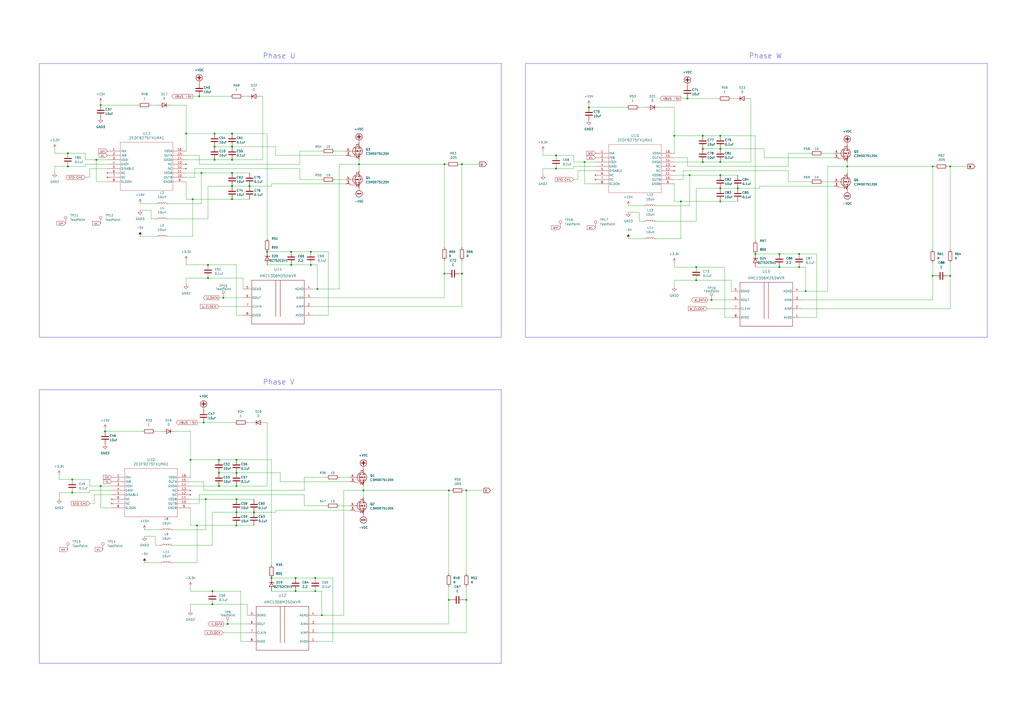
<source format=kicad_sch>
(kicad_sch (version 20230121) (generator eeschema)
  (paper "A2")
  (junction (at 541.02 96.52))
  (junction (at 129.54 172.72))
  (junction (at 403.86 154.94))
  (junction (at 182.88 335.28))
  (junction (at 491.49 96.52))
  (junction (at 339.09 93.98))
  (junction (at 417.83 109.22))
  (junction (at 391.16 78.74))
  (junction (at 184.15 167.64))
  (junction (at 137.16 266.7))
  (junction (at 144.78 107.95))
  (junction (at 398.78 57.15))
  (junction (at 120.65 161.29))
  (junction (at 551.18 160.02))
  (junction (at 134.62 77.47))
  (junction (at 114.3 304.8))
  (junction (at 39.37 88.9))
  (junction (at 124.46 85.09))
  (junction (at 134.62 92.71))
  (junction (at 41.91 285.75))
  (junction (at 124.46 77.47))
  (junction (at 119.38 289.56))
  (junction (at 41.91 278.13))
  (junction (at 394.97 116.84))
  (junction (at 257.81 158.75))
  (junction (at 116.84 100.33))
  (junction (at 137.16 297.18))
  (junction (at 186.69 356.87))
  (junction (at 137.16 304.8))
  (junction (at 260.35 347.98))
  (junction (at 407.67 93.98))
  (junction (at 157.48 335.28))
  (junction (at 407.67 86.36))
  (junction (at 154.94 146.05))
  (junction (at 147.32 297.18))
  (junction (at 120.65 153.67))
  (junction (at 467.36 168.91))
  (junction (at 111.76 115.57))
  (junction (at 267.97 95.25))
  (junction (at 341.63 62.23))
  (junction (at 60.96 250.19))
  (junction (at 180.34 153.67))
  (junction (at 134.62 115.57))
  (junction (at 171.45 342.9))
  (junction (at 541.02 160.02))
  (junction (at 417.83 116.84))
  (junction (at 123.19 342.9))
  (junction (at 134.62 85.09))
  (junction (at 452.12 147.32))
  (junction (at 118.11 245.11))
  (junction (at 208.28 95.25))
  (junction (at 137.16 281.94))
  (junction (at 180.34 146.05))
  (junction (at 58.42 281.94))
  (junction (at 417.83 101.6))
  (junction (at 322.58 97.79))
  (junction (at 39.37 96.52))
  (junction (at 403.86 162.56))
  (junction (at 452.12 154.94))
  (junction (at 137.16 289.56))
  (junction (at 127 281.94))
  (junction (at 107.95 77.47))
  (junction (at 58.42 60.96))
  (junction (at 110.49 266.7))
  (junction (at 132.08 361.95))
  (junction (at 171.45 335.28))
  (junction (at 417.83 93.98))
  (junction (at 134.62 100.33))
  (junction (at 260.35 284.48))
  (junction (at 168.91 146.05))
  (junction (at 55.88 92.71))
  (junction (at 438.15 147.32))
  (junction (at 210.82 284.48))
  (junction (at 322.58 90.17))
  (junction (at 182.88 342.9))
  (junction (at 463.55 154.94))
  (junction (at 115.57 55.88))
  (junction (at 551.18 96.52))
  (junction (at 270.51 347.98))
  (junction (at 427.99 109.22))
  (junction (at 123.19 350.52))
  (junction (at 137.16 274.32))
  (junction (at 270.51 284.48))
  (junction (at 417.83 86.36))
  (junction (at 134.62 107.95))
  (junction (at 463.55 147.32))
  (junction (at 124.46 92.71))
  (junction (at 127 266.7))
  (junction (at 168.91 153.67))
  (junction (at 417.83 78.74))
  (junction (at 407.67 78.74))
  (junction (at 257.81 95.25))
  (junction (at 400.05 101.6))
  (junction (at 267.97 158.75))
  (junction (at 412.75 173.99))
  (junction (at 127 274.32))
  (wire (pts (xy 394.97 57.15) (xy 398.78 57.15)))
  (wire (pts (xy 137.16 297.18) (xy 147.32 297.18)))
  (wire (pts (xy 129.54 367.03) (xy 143.51 367.03)))
  (wire (pts (xy 157.48 266.7) (xy 157.48 327.66)))
  (wire (pts (xy 541.02 173.99) (xy 541.02 160.02)))
  (wire (pts (xy 210.82 281.94) (xy 210.82 284.48)))
  (wire (pts (xy 162.56 274.32) (xy 137.16 274.32)))
  (wire (pts (xy 260.35 347.98) (xy 260.35 340.36)))
  (wire (pts (xy 52.07 102.87) (xy 52.07 97.79)))
  (wire (pts (xy 120.65 161.29) (xy 140.97 161.29)))
  (wire (pts (xy 267.97 151.13) (xy 267.97 158.75)))
  (wire (pts (xy 110.49 292.1) (xy 115.57 292.1)))
  (wire (pts (xy 270.51 347.98) (xy 270.51 367.03)))
  (wire (pts (xy 391.16 101.6) (xy 400.05 101.6)))
  (wire (pts (xy 123.19 316.23) (xy 123.19 297.18)))
  (wire (pts (xy 153.67 245.11) (xy 154.94 245.11)))
  (wire (pts (xy 181.61 167.64) (xy 184.15 167.64)))
  (wire (pts (xy 370.84 128.27) (xy 373.38 128.27)))
  (wire (pts (xy 464.82 173.99) (xy 541.02 173.99)))
  (wire (pts (xy 137.16 274.32) (xy 127 274.32)))
  (wire (pts (xy 52.07 278.13) (xy 41.91 278.13)))
  (wire (pts (xy 160.02 85.09) (xy 134.62 85.09)))
  (wire (pts (xy 210.82 284.48) (xy 260.35 284.48)))
  (wire (pts (xy 270.51 340.36) (xy 270.51 347.98)))
  (wire (pts (xy 184.15 167.64) (xy 196.85 167.64)))
  (wire (pts (xy 116.84 100.33) (xy 134.62 100.33)))
  (wire (pts (xy 391.16 116.84) (xy 394.97 116.84)))
  (wire (pts (xy 137.16 182.88) (xy 137.16 153.67)))
  (wire (pts (xy 97.79 127) (xy 120.65 127)))
  (wire (pts (xy 314.96 87.63) (xy 314.96 90.17)))
  (wire (pts (xy 120.65 107.95) (xy 134.62 107.95)))
  (wire (pts (xy 157.48 266.7) (xy 137.16 266.7)))
  (wire (pts (xy 440.69 107.95) (xy 483.87 107.95)))
  (wire (pts (xy 116.84 118.11) (xy 116.84 100.33)))
  (wire (pts (xy 332.74 97.79) (xy 322.58 97.79)))
  (wire (pts (xy 107.95 153.67) (xy 120.65 153.67)))
  (wire (pts (xy 407.67 78.74) (xy 417.83 78.74)))
  (wire (pts (xy 549.91 160.02) (xy 551.18 160.02)))
  (wire (pts (xy 107.95 151.13) (xy 107.95 153.67)))
  (wire (pts (xy 171.45 335.28) (xy 157.48 335.28)))
  (wire (pts (xy 260.35 284.48) (xy 261.62 284.48)))
  (wire (pts (xy 41.91 285.75) (xy 34.29 285.75)))
  (wire (pts (xy 107.95 92.71) (xy 124.46 92.71)))
  (wire (pts (xy 457.2 99.06) (xy 457.2 105.41)))
  (wire (pts (xy 339.09 106.68) (xy 339.09 93.98)))
  (wire (pts (xy 101.6 250.19) (xy 110.49 250.19)))
  (wire (pts (xy 398.78 57.15) (xy 416.56 57.15)))
  (wire (pts (xy 194.31 87.63) (xy 200.66 87.63)))
  (wire (pts (xy 477.52 88.9) (xy 483.87 88.9)))
  (wire (pts (xy 332.74 93.98) (xy 332.74 90.17)))
  (wire (pts (xy 184.15 153.67) (xy 184.15 167.64)))
  (wire (pts (xy 54.61 287.02) (xy 64.77 287.02)))
  (wire (pts (xy 147.32 297.18) (xy 160.02 297.18)))
  (wire (pts (xy 143.51 356.87) (xy 143.51 350.52)))
  (wire (pts (xy 157.48 342.9) (xy 171.45 342.9)))
  (wire (pts (xy 410.21 179.07) (xy 424.18 179.07)))
  (wire (pts (xy 551.18 152.4) (xy 551.18 160.02)))
  (wire (pts (xy 434.34 57.15) (xy 435.61 57.15)))
  (wire (pts (xy 157.48 107.95) (xy 157.48 106.68)))
  (wire (pts (xy 267.97 95.25) (xy 267.97 143.51)))
  (wire (pts (xy 154.94 153.67) (xy 168.91 153.67)))
  (wire (pts (xy 154.94 77.47) (xy 134.62 77.47)))
  (wire (pts (xy 269.24 347.98) (xy 270.51 347.98)))
  (wire (pts (xy 171.45 335.28) (xy 182.88 335.28)))
  (wire (pts (xy 464.82 184.15) (xy 473.71 184.15)))
  (wire (pts (xy 107.95 90.17) (xy 115.57 90.17)))
  (wire (pts (xy 151.13 55.88) (xy 152.4 55.88)))
  (wire (pts (xy 90.17 316.23) (xy 92.71 316.23)))
  (wire (pts (xy 107.95 161.29) (xy 107.95 165.1)))
  (wire (pts (xy 100.33 316.23) (xy 123.19 316.23)))
  (wire (pts (xy 113.03 97.79) (xy 173.99 97.79)))
  (wire (pts (xy 171.45 342.9) (xy 182.88 342.9)))
  (wire (pts (xy 115.57 287.02) (xy 176.53 287.02)))
  (wire (pts (xy 62.23 92.71) (xy 55.88 92.71)))
  (wire (pts (xy 391.16 88.9) (xy 391.16 78.74)))
  (wire (pts (xy 49.53 92.71) (xy 49.53 88.9)))
  (wire (pts (xy 115.57 55.88) (xy 133.35 55.88)))
  (wire (pts (xy 111.76 115.57) (xy 111.76 137.16)))
  (wire (pts (xy 118.11 245.11) (xy 135.89 245.11)))
  (wire (pts (xy 391.16 93.98) (xy 407.67 93.98)))
  (wire (pts (xy 107.95 115.57) (xy 111.76 115.57)))
  (wire (pts (xy 115.57 95.25) (xy 173.99 95.25)))
  (wire (pts (xy 58.42 60.96) (xy 80.01 60.96)))
  (wire (pts (xy 407.67 93.98) (xy 417.83 93.98)))
  (wire (pts (xy 160.02 90.17) (xy 200.66 90.17)))
  (wire (pts (xy 31.75 88.9) (xy 39.37 88.9)))
  (wire (pts (xy 267.97 95.25) (xy 278.13 95.25)))
  (wire (pts (xy 270.51 284.48) (xy 270.51 332.74)))
  (wire (pts (xy 83.82 307.34) (xy 92.71 307.34)))
  (wire (pts (xy 257.81 95.25) (xy 259.08 95.25)))
  (wire (pts (xy 473.71 147.32) (xy 463.55 147.32)))
  (wire (pts (xy 190.5 146.05) (xy 190.5 182.88)))
  (wire (pts (xy 58.42 59.69) (xy 58.42 60.96)))
  (wire (pts (xy 208.28 92.71) (xy 208.28 95.25)))
  (wire (pts (xy 49.53 88.9) (xy 39.37 88.9)))
  (wire (pts (xy 173.99 87.63) (xy 186.69 87.63)))
  (wire (pts (xy 184.15 356.87) (xy 186.69 356.87)))
  (wire (pts (xy 114.3 245.11) (xy 118.11 245.11)))
  (wire (pts (xy 52.07 292.1) (xy 54.61 292.1)))
  (wire (pts (xy 87.63 127) (xy 87.63 121.92)))
  (wire (pts (xy 391.16 162.56) (xy 391.16 166.37)))
  (wire (pts (xy 196.85 95.25) (xy 208.28 95.25)))
  (wire (pts (xy 438.15 154.94) (xy 452.12 154.94)))
  (wire (pts (xy 208.28 95.25) (xy 257.81 95.25)))
  (wire (pts (xy 427.99 109.22) (xy 440.69 109.22)))
  (wire (pts (xy 322.58 97.79) (xy 314.96 97.79)))
  (wire (pts (xy 162.56 279.4) (xy 203.2 279.4)))
  (wire (pts (xy 452.12 147.32) (xy 438.15 147.32)))
  (wire (pts (xy 341.63 60.96) (xy 341.63 62.23)))
  (wire (pts (xy 110.49 350.52) (xy 110.49 354.33)))
  (wire (pts (xy 345.44 106.68) (xy 339.09 106.68)))
  (wire (pts (xy 443.23 91.44) (xy 443.23 86.36)))
  (wire (pts (xy 345.44 96.52) (xy 332.74 96.52)))
  (wire (pts (xy 266.7 158.75) (xy 267.97 158.75)))
  (wire (pts (xy 370.84 62.23) (xy 374.65 62.23)))
  (wire (pts (xy 55.88 105.41) (xy 55.88 92.71)))
  (wire (pts (xy 173.99 104.14) (xy 186.69 104.14)))
  (wire (pts (xy 267.97 158.75) (xy 267.97 177.8)))
  (wire (pts (xy 551.18 96.52) (xy 551.18 144.78)))
  (wire (pts (xy 193.04 335.28) (xy 182.88 335.28)))
  (wire (pts (xy 396.24 99.06) (xy 457.2 99.06)))
  (wire (pts (xy 168.91 146.05) (xy 154.94 146.05)))
  (wire (pts (xy 123.19 297.18) (xy 137.16 297.18)))
  (wire (pts (xy 107.95 102.87) (xy 113.03 102.87)))
  (wire (pts (xy 110.49 281.94) (xy 127 281.94)))
  (wire (pts (xy 120.65 153.67) (xy 137.16 153.67)))
  (wire (pts (xy 107.95 60.96) (xy 107.95 77.47)))
  (wire (pts (xy 31.75 86.36) (xy 31.75 88.9)))
  (wire (pts (xy 391.16 78.74) (xy 407.67 78.74)))
  (wire (pts (xy 457.2 88.9) (xy 469.9 88.9)))
  (wire (pts (xy 210.82 284.48) (xy 210.82 288.29)))
  (wire (pts (xy 420.37 184.15) (xy 420.37 154.94)))
  (wire (pts (xy 127 172.72) (xy 129.54 172.72)))
  (wire (pts (xy 196.85 167.64) (xy 196.85 95.25)))
  (wire (pts (xy 180.34 153.67) (xy 184.15 153.67)))
  (wire (pts (xy 417.83 101.6) (xy 427.99 101.6)))
  (wire (pts (xy 118.11 284.48) (xy 176.53 284.48)))
  (wire (pts (xy 134.62 100.33) (xy 144.78 100.33)))
  (wire (pts (xy 452.12 154.94) (xy 463.55 154.94)))
  (wire (pts (xy 168.91 153.67) (xy 180.34 153.67)))
  (wire (pts (xy 184.15 367.03) (xy 270.51 367.03)))
  (wire (pts (xy 314.96 90.17) (xy 322.58 90.17)))
  (wire (pts (xy 335.28 104.14) (xy 335.28 99.06)))
  (wire (pts (xy 139.7 372.11) (xy 139.7 342.9)))
  (wire (pts (xy 541.02 160.02) (xy 542.29 160.02)))
  (wire (pts (xy 144.78 107.95) (xy 157.48 107.95)))
  (wire (pts (xy 435.61 57.15) (xy 435.61 93.98)))
  (wire (pts (xy 152.4 92.71) (xy 134.62 92.71)))
  (wire (pts (xy 114.3 304.8) (xy 114.3 326.39)))
  (wire (pts (xy 111.76 55.88) (xy 115.57 55.88)))
  (wire (pts (xy 391.16 152.4) (xy 391.16 154.94)))
  (wire (pts (xy 199.39 284.48) (xy 210.82 284.48)))
  (wire (pts (xy 199.39 356.87) (xy 199.39 284.48)))
  (wire (pts (xy 314.96 97.79) (xy 314.96 101.6)))
  (wire (pts (xy 332.74 90.17) (xy 322.58 90.17)))
  (wire (pts (xy 113.03 102.87) (xy 113.03 97.79)))
  (wire (pts (xy 398.78 91.44) (xy 398.78 96.52)))
  (wire (pts (xy 260.35 361.95) (xy 260.35 347.98)))
  (wire (pts (xy 87.63 127) (xy 90.17 127)))
  (wire (pts (xy 398.78 96.52) (xy 457.2 96.52)))
  (wire (pts (xy 186.69 356.87) (xy 199.39 356.87)))
  (wire (pts (xy 480.06 96.52) (xy 491.49 96.52)))
  (wire (pts (xy 143.51 245.11) (xy 146.05 245.11)))
  (wire (pts (xy 424.18 184.15) (xy 420.37 184.15)))
  (wire (pts (xy 134.62 115.57) (xy 144.78 115.57)))
  (wire (pts (xy 90.17 311.15) (xy 83.82 311.15)))
  (wire (pts (xy 190.5 146.05) (xy 180.34 146.05)))
  (wire (pts (xy 391.16 154.94) (xy 403.86 154.94)))
  (wire (pts (xy 110.49 276.86) (xy 110.49 266.7)))
  (wire (pts (xy 137.16 289.56) (xy 147.32 289.56)))
  (wire (pts (xy 134.62 107.95) (xy 144.78 107.95)))
  (wire (pts (xy 107.95 87.63) (xy 107.95 77.47)))
  (wire (pts (xy 157.48 106.68) (xy 200.66 106.68)))
  (wire (pts (xy 52.07 285.75) (xy 41.91 285.75)))
  (wire (pts (xy 181.61 182.88) (xy 190.5 182.88)))
  (wire (pts (xy 176.53 287.02) (xy 176.53 293.37)))
  (wire (pts (xy 541.02 96.52) (xy 542.29 96.52)))
  (wire (pts (xy 119.38 307.34) (xy 119.38 289.56)))
  (wire (pts (xy 394.97 116.84) (xy 417.83 116.84)))
  (wire (pts (xy 60.96 248.92) (xy 60.96 250.19)))
  (wire (pts (xy 49.53 102.87) (xy 52.07 102.87)))
  (wire (pts (xy 100.33 326.39) (xy 114.3 326.39)))
  (wire (pts (xy 110.49 350.52) (xy 123.19 350.52)))
  (wire (pts (xy 410.21 173.99) (xy 412.75 173.99)))
  (wire (pts (xy 464.82 168.91) (xy 467.36 168.91)))
  (wire (pts (xy 152.4 55.88) (xy 152.4 92.71)))
  (wire (pts (xy 381 128.27) (xy 403.86 128.27)))
  (wire (pts (xy 134.62 85.09) (xy 124.46 85.09)))
  (wire (pts (xy 62.23 95.25) (xy 49.53 95.25)))
  (wire (pts (xy 332.74 96.52) (xy 332.74 97.79)))
  (wire (pts (xy 60.96 250.19) (xy 82.55 250.19)))
  (wire (pts (xy 97.79 118.11) (xy 116.84 118.11)))
  (wire (pts (xy 382.27 62.23) (xy 391.16 62.23)))
  (wire (pts (xy 111.76 115.57) (xy 134.62 115.57)))
  (wire (pts (xy 55.88 92.71) (xy 49.53 92.71)))
  (wire (pts (xy 403.86 128.27) (xy 403.86 109.22)))
  (wire (pts (xy 364.49 138.43) (xy 373.38 138.43)))
  (wire (pts (xy 64.77 294.64) (xy 58.42 294.64)))
  (wire (pts (xy 196.85 276.86) (xy 203.2 276.86)))
  (wire (pts (xy 400.05 119.38) (xy 400.05 101.6)))
  (wire (pts (xy 173.99 97.79) (xy 173.99 104.14)))
  (wire (pts (xy 452.12 147.32) (xy 463.55 147.32)))
  (wire (pts (xy 173.99 95.25) (xy 173.99 87.63)))
  (wire (pts (xy 417.83 116.84) (xy 427.99 116.84)))
  (wire (pts (xy 345.44 93.98) (xy 339.09 93.98)))
  (wire (pts (xy 257.81 158.75) (xy 257.81 151.13)))
  (wire (pts (xy 391.16 91.44) (xy 398.78 91.44)))
  (wire (pts (xy 123.19 342.9) (xy 139.7 342.9)))
  (wire (pts (xy 114.3 304.8) (xy 137.16 304.8)))
  (wire (pts (xy 403.86 154.94) (xy 420.37 154.94)))
  (wire (pts (xy 100.33 307.34) (xy 119.38 307.34)))
  (wire (pts (xy 260.35 347.98) (xy 261.62 347.98)))
  (wire (pts (xy 370.84 123.19) (xy 364.49 123.19)))
  (wire (pts (xy 464.82 179.07) (xy 551.18 179.07)))
  (wire (pts (xy 181.61 177.8) (xy 267.97 177.8)))
  (wire (pts (xy 90.17 316.23) (xy 90.17 311.15)))
  (wire (pts (xy 52.07 97.79) (xy 62.23 97.79)))
  (wire (pts (xy 87.63 121.92) (xy 81.28 121.92)))
  (wire (pts (xy 58.42 294.64) (xy 58.42 281.94)))
  (wire (pts (xy 90.17 250.19) (xy 93.98 250.19)))
  (wire (pts (xy 110.49 342.9) (xy 123.19 342.9)))
  (wire (pts (xy 58.42 281.94) (xy 52.07 281.94)))
  (wire (pts (xy 39.37 96.52) (xy 31.75 96.52)))
  (wire (pts (xy 127 281.94) (xy 137.16 281.94)))
  (wire (pts (xy 440.69 109.22) (xy 440.69 107.95)))
  (wire (pts (xy 34.29 275.59) (xy 34.29 278.13)))
  (wire (pts (xy 110.49 340.36) (xy 110.49 342.9)))
  (wire (pts (xy 83.82 326.39) (xy 92.71 326.39)))
  (wire (pts (xy 64.77 284.48) (xy 52.07 284.48)))
  (wire (pts (xy 391.16 104.14) (xy 396.24 104.14)))
  (wire (pts (xy 49.53 96.52) (xy 39.37 96.52)))
  (wire (pts (xy 81.28 137.16) (xy 90.17 137.16)))
  (wire (pts (xy 168.91 146.05) (xy 180.34 146.05)))
  (wire (pts (xy 154.94 281.94) (xy 137.16 281.94)))
  (wire (pts (xy 140.97 182.88) (xy 137.16 182.88)))
  (wire (pts (xy 124.46 77.47) (xy 134.62 77.47)))
  (wire (pts (xy 140.97 167.64) (xy 140.97 161.29)))
  (wire (pts (xy 107.95 100.33) (xy 116.84 100.33)))
  (wire (pts (xy 551.18 160.02) (xy 551.18 179.07)))
  (wire (pts (xy 184.15 372.11) (xy 193.04 372.11)))
  (wire (pts (xy 403.86 162.56) (xy 424.18 162.56)))
  (wire (pts (xy 160.02 90.17) (xy 160.02 85.09)))
  (wire (pts (xy 391.16 162.56) (xy 403.86 162.56)))
  (wire (pts (xy 438.15 78.74) (xy 438.15 139.7)))
  (wire (pts (xy 491.49 96.52) (xy 541.02 96.52)))
  (wire (pts (xy 412.75 173.99) (xy 424.18 173.99)))
  (wire (pts (xy 160.02 297.18) (xy 160.02 295.91)))
  (wire (pts (xy 443.23 86.36) (xy 417.83 86.36)))
  (wire (pts (xy 115.57 292.1) (xy 115.57 287.02)))
  (wire (pts (xy 549.91 96.52) (xy 551.18 96.52)))
  (wire (pts (xy 403.86 109.22) (xy 417.83 109.22)))
  (wire (pts (xy 123.19 350.52) (xy 143.51 350.52)))
  (wire (pts (xy 196.85 293.37) (xy 203.2 293.37)))
  (wire (pts (xy 127 266.7) (xy 137.16 266.7)))
  (wire (pts (xy 162.56 279.4) (xy 162.56 274.32)))
  (wire (pts (xy 62.23 105.41) (xy 55.88 105.41)))
  (wire (pts (xy 260.35 332.74) (xy 260.35 284.48)))
  (wire (pts (xy 208.28 95.25) (xy 208.28 99.06)))
  (wire (pts (xy 381 138.43) (xy 394.97 138.43)))
  (wire (pts (xy 176.53 276.86) (xy 189.23 276.86)))
  (wire (pts (xy 257.81 143.51) (xy 257.81 95.25)))
  (wire (pts (xy 391.16 106.68) (xy 391.16 116.84)))
  (wire (pts (xy 181.61 172.72) (xy 257.81 172.72)))
  (wire (pts (xy 31.75 96.52) (xy 31.75 100.33)))
  (wire (pts (xy 266.7 95.25) (xy 267.97 95.25)))
  (wire (pts (xy 118.11 279.4) (xy 118.11 284.48)))
  (wire (pts (xy 110.49 294.64) (xy 110.49 304.8)))
  (wire (pts (xy 463.55 154.94) (xy 467.36 154.94)))
  (wire (pts (xy 110.49 266.7) (xy 127 266.7)))
  (wire (pts (xy 364.49 119.38) (xy 373.38 119.38)))
  (wire (pts (xy 370.84 128.27) (xy 370.84 123.19)))
  (wire (pts (xy 107.95 105.41) (xy 107.95 115.57)))
  (wire (pts (xy 480.06 168.91) (xy 480.06 96.52)))
  (wire (pts (xy 332.74 104.14) (xy 335.28 104.14)))
  (wire (pts (xy 184.15 361.95) (xy 260.35 361.95)))
  (wire (pts (xy 132.08 361.95) (xy 143.51 361.95)))
  (wire (pts (xy 34.29 285.75) (xy 34.29 289.56)))
  (wire (pts (xy 129.54 361.95) (xy 132.08 361.95)))
  (wire (pts (xy 110.49 289.56) (xy 119.38 289.56)))
  (wire (pts (xy 443.23 91.44) (xy 483.87 91.44)))
  (wire (pts (xy 457.2 96.52) (xy 457.2 88.9)))
  (wire (pts (xy 140.97 55.88) (xy 143.51 55.88)))
  (wire (pts (xy 341.63 62.23) (xy 363.22 62.23)))
  (wire (pts (xy 182.88 342.9) (xy 186.69 342.9)))
  (wire (pts (xy 193.04 335.28) (xy 193.04 372.11)))
  (wire (pts (xy 186.69 342.9) (xy 186.69 356.87)))
  (wire (pts (xy 467.36 168.91) (xy 480.06 168.91)))
  (wire (pts (xy 551.18 96.52) (xy 561.34 96.52)))
  (wire (pts (xy 52.07 284.48) (xy 52.07 285.75)))
  (wire (pts (xy 400.05 101.6) (xy 417.83 101.6)))
  (wire (pts (xy 143.51 372.11) (xy 139.7 372.11)))
  (wire (pts (xy 424.18 57.15) (xy 426.72 57.15)))
  (wire (pts (xy 97.79 137.16) (xy 111.76 137.16)))
  (wire (pts (xy 119.38 289.56) (xy 137.16 289.56)))
  (wire (pts (xy 396.24 104.14) (xy 396.24 99.06)))
  (wire (pts (xy 81.28 118.11) (xy 90.17 118.11)))
  (wire (pts (xy 391.16 62.23) (xy 391.16 78.74)))
  (wire (pts (xy 257.81 158.75) (xy 259.08 158.75)))
  (wire (pts (xy 120.65 127) (xy 120.65 107.95)))
  (wire (pts (xy 491.49 93.98) (xy 491.49 96.52)))
  (wire (pts (xy 339.09 93.98) (xy 332.74 93.98)))
  (wire (pts (xy 435.61 93.98) (xy 417.83 93.98)))
  (wire (pts (xy 137.16 304.8) (xy 147.32 304.8)))
  (wire (pts (xy 194.31 104.14) (xy 200.66 104.14)))
  (wire (pts (xy 154.94 77.47) (xy 154.94 138.43)))
  (wire (pts (xy 52.07 281.94) (xy 52.07 278.13)))
  (wire (pts (xy 417.83 86.36) (xy 407.67 86.36)))
  (wire (pts (xy 491.49 96.52) (xy 491.49 100.33)))
  (wire (pts (xy 457.2 105.41) (xy 469.9 105.41)))
  (wire (pts (xy 107.95 161.29) (xy 120.65 161.29)))
  (wire (pts (xy 417.83 109.22) (xy 427.99 109.22)))
  (wire (pts (xy 99.06 60.96) (xy 107.95 60.96)))
  (wire (pts (xy 381 119.38) (xy 400.05 119.38)))
  (wire (pts (xy 49.53 95.25) (xy 49.53 96.52)))
  (wire (pts (xy 115.57 90.17) (xy 115.57 95.25)))
  (wire (pts (xy 269.24 284.48) (xy 270.51 284.48)))
  (wire (pts (xy 394.97 116.84) (xy 394.97 138.43)))
  (wire (pts (xy 541.02 144.78) (xy 541.02 96.52)))
  (wire (pts (xy 54.61 292.1) (xy 54.61 287.02)))
  (wire (pts (xy 127 177.8) (xy 140.97 177.8)))
  (wire (pts (xy 110.49 304.8) (xy 114.3 304.8)))
  (wire (pts (xy 176.53 284.48) (xy 176.53 276.86)))
  (wire (pts (xy 477.52 105.41) (xy 483.87 105.41)))
  (wire (pts (xy 438.15 78.74) (xy 417.83 78.74)))
  (wire (pts (xy 160.02 295.91) (xy 203.2 295.91)))
  (wire (pts (xy 473.71 147.32) (xy 473.71 184.15)))
  (wire (pts (xy 257.81 172.72) (xy 257.81 158.75)))
  (wire (pts (xy 424.18 168.91) (xy 424.18 162.56)))
  (wire (pts (xy 176.53 293.37) (xy 189.23 293.37)))
  (wire (pts (xy 124.46 92.71) (xy 134.62 92.71)))
  (wire (pts (xy 467.36 154.94) (xy 467.36 168.91)))
  (wire (pts (xy 129.54 172.72) (xy 140.97 172.72)))
  (wire (pts (xy 335.28 99.06) (xy 345.44 99.06)))
  (wire (pts (xy 270.51 284.48) (xy 280.67 284.48)))
  (wire (pts (xy 154.94 245.11) (xy 154.94 281.94)))
  (wire (pts (xy 87.63 60.96) (xy 91.44 60.96)))
  (wire (pts (xy 110.49 279.4) (xy 118.11 279.4)))
  (wire (pts (xy 34.29 278.13) (xy 41.91 278.13)))
  (wire (pts (xy 110.49 250.19) (xy 110.49 266.7)))
  (wire (pts (xy 107.95 77.47) (xy 124.46 77.47)))
  (wire (pts (xy 541.02 160.02) (xy 541.02 152.4)))
  (wire (pts (xy 64.77 281.94) (xy 58.42 281.94)))
  (rectangle (start 22.86 226.06) (end 290.83 384.81))
  (rectangle (start 22.86 36.83) (end 290.83 195.58))
  (rectangle (start 304.8 36.83) (end 572.77 195.58))
  (text "Phase V" (at 152.4 223.52 0) (effects (font (size 3 3)) (justify left bottom)))
  (text "Phase W" (at 434.34 34.29 0) (effects (font (size 3 3)) (justify left bottom)))
  (text "Phase U" (at 152.4 34.29 0) (effects (font (size 3 3)) (justify left bottom)))
  (global_label "WL" (shape input) (at 345.44 91.44 180) (property "Intersheetrefs" "${INTERSHEET_REFS}" (effects hide)))
  (global_label "WL" (shape input) (at 345.44 132.08 180) (property "Intersheetrefs" "${INTERSHEET_REFS}" (effects hide)))
  (global_label "V" (shape output) (at 280.67 284.48 0) (effects (font bold)) (property "Intersheetrefs" "${INTERSHEET_REFS}" (effects hide)))
  (global_label "U_DATA" (shape output) (at 127 172.72 180) (property "Intersheetrefs" "${INTERSHEET_REFS}" (effects hide)))
  (global_label "STO CH1" (shape input) (at 49.53 102.87 180) (property "Intersheetrefs" "${INTERSHEET_REFS}" (effects hide)))
  (global_label "WH" (shape input) (at 325.12 132.08 180) (property "Intersheetrefs" "${INTERSHEET_REFS}" (effects hide)))
  (global_label "VL" (shape input) (at 64.77 279.4 180) (property "Intersheetrefs" "${INTERSHEET_REFS}" (effects hide)))
  (global_label "VBUS -5V" (shape output) (at 111.76 55.88 180) (property "Intersheetrefs" "${INTERSHEET_REFS}" (effects hide)))
  (global_label "STO CH1" (shape input) (at 332.74 104.14 180) (property "Intersheetrefs" "${INTERSHEET_REFS}" (effects hide)))
  (global_label "VBUS -5V" (shape output) (at 114.3 245.11 180) (property "Intersheetrefs" "${INTERSHEET_REFS}" (effects hide)))
  (global_label "VH" (shape input) (at 64.77 276.86 180) (property "Intersheetrefs" "${INTERSHEET_REFS}" (effects hide)))
  (global_label "W_DATA" (shape output) (at 410.21 173.99 180) (property "Intersheetrefs" "${INTERSHEET_REFS}" (effects hide)))
  (global_label "W" (shape output) (at 561.34 96.52 0) (effects (font bold)) (property "Intersheetrefs" "${INTERSHEET_REFS}" (effects hide)))
  (global_label "WH" (shape input) (at 345.44 88.9 180) (property "Intersheetrefs" "${INTERSHEET_REFS}" (effects hide)))
  (global_label "VBUS -5V" (shape output) (at 394.97 57.15 180) (property "Intersheetrefs" "${INTERSHEET_REFS}" (effects hide)))
  (global_label "UL" (shape input) (at 58.42 129.54 180) (property "Intersheetrefs" "${INTERSHEET_REFS}" (effects hide)))
  (global_label "W_CLOCK" (shape input) (at 410.21 179.07 180) (property "Intersheetrefs" "${INTERSHEET_REFS}" (effects hide)))
  (global_label "VH" (shape input) (at 39.37 318.77 180) (property "Intersheetrefs" "${INTERSHEET_REFS}" (effects hide)))
  (global_label "V_DATA" (shape output) (at 129.54 361.95 180) (property "Intersheetrefs" "${INTERSHEET_REFS}" (effects hide)))
  (global_label "U_CLOCK" (shape input) (at 127 177.8 180) (property "Intersheetrefs" "${INTERSHEET_REFS}" (effects hide)))
  (global_label "STO CH1" (shape input) (at 52.07 292.1 180) (property "Intersheetrefs" "${INTERSHEET_REFS}" (effects hide)))
  (global_label "UH" (shape input) (at 62.23 87.63 180) (property "Intersheetrefs" "${INTERSHEET_REFS}" (effects hide)))
  (global_label "UL" (shape input) (at 62.23 90.17 180) (property "Intersheetrefs" "${INTERSHEET_REFS}" (effects hide)))
  (global_label "V_CLOCK" (shape input) (at 129.54 367.03 180) (property "Intersheetrefs" "${INTERSHEET_REFS}" (effects hide)))
  (global_label "VL" (shape input) (at 59.69 318.77 180) (property "Intersheetrefs" "${INTERSHEET_REFS}" (effects hide)))
  (global_label "UH" (shape input) (at 38.1 129.54 180) (property "Intersheetrefs" "${INTERSHEET_REFS}" (effects hide)))
  (global_label "U" (shape output) (at 278.13 95.25 0) (effects (font bold)) (property "Intersheetrefs" "${INTERSHEET_REFS}" (effects hide)))
  (symbol (lib_id "Device:C") (at 134.62 81.28 0) (unit 1)
    (property "Reference" "C61" (at 137.16 80.01 0) (effects (justify left)))
    (property "Value" "0.1uf" (at 137.16 82.55 0) (effects (justify left)))
    (property "Footprint" "Capacitor_SMD:C_0603_1608Metric" (effects hide))
    (instances (project "HV servo drive v1" (path "" (reference "C61") (unit 1)) (path "" (reference "C62") (unit 1))))
  )
  (symbol (lib_id "Device:R") (at 193.04 293.37 90) (unit 1)
    (property "Reference" "R47" (at 189.23 290.83 90) (effects (justify left)))
    (property "Value" "10" (at 194.3099 290.83 90) (effects (justify left)))
    (property "Footprint" "Resistor_SMD:R_1206_3216Metric" (effects hide))
    (instances (project "HV servo drive v1" (path "" (reference "R47") (unit 1)) (path "" (reference "R57") (unit 1))))
  )
  (symbol (lib_id "power:+VDC") (at 398.78 49.53 0) (unit 1)
    (property "Reference" "#PWR0126" (effects hide))
    (property "Value" "+VDC" (at 398.78 41.91 0))
    (instances (project "HV servo drive v1" (path "" (reference "#PWR0126") (unit 1)) (path "" (reference "#PWR0120") (unit 1))))
  )
  (symbol (lib_id "SiC FET:C3M0075120K") (at 208.28 276.86 0) (unit 1)
    (property "Reference" "Q1" (at 214.63 275.8566 0) (effects (justify left)))
    (property "Value" "C3M0075120K" (at 214.63 278.3966 0) (effects (justify left)))
    (property "Footprint" "footprints:TO-247-4_Horizontal_TabUp" (effects hide))
    (property "Datasheet" "https://www.wolfspeed.com/media/downloads/959/c3m0075120k.pdf" (effects hide))
    (instances (project "HV servo drive v1" (path "" (reference "Q1") (unit 1)) (path "" (reference "Q5") (unit 1))))
  )
  (symbol (lib_id "Device:R") (at 193.04 276.86 90) (unit 1)
    (property "Reference" "R36" (at 189.23 274.32 90) (effects (justify left)))
    (property "Value" "10" (at 194.3099 274.32 90) (effects (justify left)))
    (property "Footprint" "Resistor_SMD:R_1206_3216Metric" (effects hide))
    (instances (project "HV servo drive v1" (path "" (reference "R36") (unit 1)) (path "" (reference "R56") (unit 1))))
  )
  (symbol (lib_id "Device:D") (at 147.32 55.88 0) (unit 1)
    (property "Reference" "D22" (at 147.32 49.53 0))
    (property "Value" "D" (at 147.32 52.07 0))
    (property "Footprint" "Diode_SMD:D_SMB" (effects hide))
    (property "Sim.Device" "D" (effects hide))
    (property "Sim.Pins" "1=K 2=A" (effects hide))
    (instances (project "HV servo drive v1" (path "" (reference "D22") (unit 1)) (path "" (reference "D19") (unit 1))))
  )
  (symbol (lib_id "power:+VDC") (at 210.82 271.78 0) (unit 1)
    (property "Reference" "#PWR0104" (effects hide))
    (property "Value" "+VDC" (at 210.82 264.16 0))
    (instances (project "HV servo drive v1" (path "" (reference "#PWR0104") (unit 1)) (path "" (reference "#PWR0126") (unit 1))))
  )
  (symbol (lib_id "Device:R") (at 139.7 245.11 90) (unit 1)
    (property "Reference" "R34" (at 139.7 238.76 90))
    (property "Value" "1" (at 139.7 241.3 90))
    (property "Footprint" "Resistor_SMD:R_0805_2012Metric" (effects hide))
    (instances (project "HV servo drive v1" (path "" (reference "R34") (unit 1)) (path "" (reference "R48") (unit 1))))
  )
  (symbol (lib_id "Device:C") (at 180.34 149.86 0) (unit 1)
    (property "Reference" "C69" (at 184.15 148.5899 0) (effects (justify left)))
    (property "Value" "0.1uf" (at 184.15 151.1299 0) (effects (justify left)))
    (property "Footprint" "Capacitor_SMD:C_0603_1608Metric" (effects hide))
    (instances (project "HV servo drive v1" (path "" (reference "C69") (unit 1)) (path "" (reference "C83") (unit 1))))
  )
  (symbol (lib_id "Device:D_Zener") (at 154.94 149.86 270) (unit 1)
    (property "Reference" "D20" (at 157.48 148.59 90) (effects (justify left)))
    (property "Value" "BZT52C5V1" (at 156.21 151.13 90) (effects (justify left)))
    (property "Footprint" "Diode_SMD:D_SOD-123" (effects hide))
    (instances (project "HV servo drive v1" (path "" (reference "D20") (unit 1)) (path "" (reference "D22") (unit 1))))
  )
  (symbol (lib_id "Device:C") (at 403.86 158.75 0) (unit 1)
    (property "Reference" "C73" (at 407.67 157.4799 0) (effects (justify left)))
    (property "Value" "0.1uf" (at 407.67 160.0199 0) (effects (justify left)))
    (property "Footprint" "Capacitor_SMD:C_0603_1608Metric" (effects hide))
    (instances (project "HV servo drive v1" (path "" (reference "C73") (unit 1)) (path "" (reference "C54") (unit 1))))
  )
  (symbol (lib_id "Device:C") (at 407.67 82.55 0) (unit 1)
    (property "Reference" "C77" (at 410.21 81.28 0) (effects (justify left)))
    (property "Value" "10uf" (at 410.21 83.82 0) (effects (justify left)))
    (property "Footprint" "Capacitor_SMD:C_0805_2012Metric" (effects hide))
    (instances (project "HV servo drive v1" (path "" (reference "C77") (unit 1)) (path "" (reference "C58") (unit 1))))
  )
  (symbol (lib_id "Device:C") (at 137.16 270.51 0) (unit 1)
    (property "Reference" "C56" (at 139.7 269.24 0) (effects (justify left)))
    (property "Value" "0.1uf" (at 139.7 271.78 0) (effects (justify left)))
    (property "Footprint" "Capacitor_SMD:C_0603_1608Metric" (effects hide))
    (instances (project "HV servo drive v1" (path "" (reference "C56") (unit 1)) (path "" (reference "C70") (unit 1))))
  )
  (symbol (lib_id "Device:C") (at 546.1 160.02 90) (unit 1)
    (property "Reference" "C88" (at 546.1 152.4 90))
    (property "Value" "C" (at 546.1 154.94 90))
    (property "Footprint" "Capacitor_SMD:C_0603_1608Metric" (effects hide))
    (instances (project "HV servo drive v1" (path "" (reference "C88") (unit 1)) (path "" (reference "C87") (unit 1))))
  )
  (symbol (lib_id "Device:C") (at 124.46 81.28 0) (unit 1)
    (property "Reference" "C54" (at 127 80.01 0) (effects (justify left)))
    (property "Value" "10uf" (at 127 82.55 0) (effects (justify left)))
    (property "Footprint" "Capacitor_SMD:C_0805_2012Metric" (effects hide))
    (instances (project "HV servo drive v1" (path "" (reference "C54") (unit 1)) (path "" (reference "C56") (unit 1))))
  )
  (symbol (lib_id "Device:R") (at 546.1 96.52 90) (unit 1)
    (property "Reference" "R62" (at 546.1 90.17 90))
    (property "Value" ".005" (at 546.1 92.71 90))
    (property "Footprint" "footprints:RES_HCSM2818_STP" (effects hide))
  )
  (symbol (lib_id "power:-5V") (at 81.28 137.16 0) (unit 1)
    (property "Reference" "#PWR073" (effects hide))
    (property "Value" "-5V" (at 81.28 132.08 0))
    (instances (project "HV servo drive v1" (path "" (reference "#PWR073") (unit 1)) (path "" (reference "#PWR095") (unit 1))))
  )
  (symbol (lib_id "power:-VDC") (at 210.82 298.45 180) (unit 1)
    (property "Reference" "#PWR0105" (effects hide))
    (property "Value" "-VDC" (at 210.82 306.07 0))
    (instances (project "HV servo drive v1" (path "" (reference "#PWR0105") (unit 1)) (path "" (reference "#PWR0127") (unit 1))))
  )
  (symbol (lib_id "Device:R") (at 262.89 95.25 90) (unit 1)
    (property "Reference" "R63" (at 262.89 88.9 90))
    (property "Value" ".005" (at 262.89 91.44 90))
    (property "Footprint" "footprints:RES_HCSM2818_STP" (effects hide))
    (instances (project "HV servo drive v1" (path "" (reference "R63") (unit 1)) (path "" (reference "R61") (unit 1))))
  )
  (symbol (lib_id "power:-5V") (at 83.82 326.39 0) (unit 1)
    (property "Reference" "#PWR098" (effects hide))
    (property "Value" "-5V" (at 83.82 321.31 0))
    (instances (project "HV servo drive v1" (path "" (reference "#PWR098") (unit 1)) (path "" (reference "#PWR0102") (unit 1))))
  )
  (symbol (lib_id "Connector:TestPoint") (at 325.12 132.08 0) (unit 1)
    (property "Reference" "TP16" (at 327.66 127.5079 0) (effects (justify left)))
    (property "Value" "TestPoint" (at 327.66 130.0479 0) (effects (justify left)))
    (property "Footprint" "footprints:TestPoint_Pad_3.1x1.6mm" (effects hide))
    (instances (project "HV servo drive v1" (path "" (reference "TP16") (unit 1)) (path "" (reference "TP11") (unit 1))))
  )
  (symbol (lib_id "power:+3.3V") (at 391.16 152.4 0) (unit 1)
    (property "Reference" "#PWR0124" (effects hide))
    (property "Value" "+3.3V" (at 391.16 147.32 0))
    (instances (project "HV servo drive v1" (path "" (reference "#PWR0124") (unit 1)) (path "" (reference "#PWR0105") (unit 1))))
  )
  (symbol (lib_id "2023-05-15_23-02-57:AMC1306M25DWVR") (at 163.83 364.49 180) (unit 1)
    (property "Reference" "U12" (at 163.83 345.44 0) (effects (font (size 1.524 1.524))))
    (property "Value" "AMC1306M25DWVR" (at 163.83 349.25 0) (effects (font (size 1.524 1.524))))
    (property "Footprint" "footprints:DWV0008A" (effects hide))
    (property "Datasheet" "AMC1306M25DWVR" (effects hide))
    (instances (project "HV servo drive v1" (path "" (reference "U12") (unit 1)) (path "" (reference "U15") (unit 1))))
  )
  (symbol (lib_id "Device:C") (at 427.99 113.03 0) (unit 1)
    (property "Reference" "C85" (at 430.53 111.76 0) (effects (justify left)))
    (property "Value" "0.1uf" (at 430.53 114.3 0) (effects (justify left)))
    (property "Footprint" "Capacitor_SMD:C_0603_1608Metric" (effects hide))
    (instances (project "HV servo drive v1" (path "" (reference "C85") (unit 1)) (path "" (reference "C77") (unit 1))))
  )
  (symbol (lib_id "Device:C") (at 118.11 241.3 0) (unit 1)
    (property "Reference" "C47" (at 120.65 240.03 0) (effects (justify left)))
    (property "Value" "10uf" (at 120.65 242.57 0) (effects (justify left)))
    (property "Footprint" "Capacitor_SMD:C_0805_2012Metric" (effects hide))
    (instances (project "HV servo drive v1" (path "" (reference "C47") (unit 1)) (path "" (reference "C52") (unit 1))))
  )
  (symbol (lib_id "Device:R") (at 154.94 142.24 0) (unit 1)
    (property "Reference" "R51" (at 157.48 138.43 0) (effects (justify left)))
    (property "Value" "800" (at 157.48 143.5099 0) (effects (justify left)))
    (property "Footprint" "Resistor_SMD:R_0805_2012Metric" (effects hide))
    (instances (project "HV servo drive v1" (path "" (reference "R51") (unit 1)) (path "" (reference "R49") (unit 1))))
  )
  (symbol (lib_id "power:+3.3V") (at 314.96 87.63 0) (unit 1)
    (property "Reference" "#PWR0115" (effects hide))
    (property "Value" "+3.3V" (at 314.96 82.55 0))
    (instances (project "HV servo drive v1" (path "" (reference "#PWR0115") (unit 1)) (path "" (reference "#PWR077") (unit 1))))
  )
  (symbol (lib_id "Device:C") (at 427.99 105.41 0) (unit 1)
    (property "Reference" "C84" (at 430.53 104.14 0) (effects (justify left)))
    (property "Value" "0.1uf" (at 430.53 106.68 0) (effects (justify left)))
    (property "Footprint" "Capacitor_SMD:C_0603_1608Metric" (effects hide))
    (instances (project "HV servo drive v1" (path "" (reference "C84") (unit 1)) (path "" (reference "C76") (unit 1))))
  )
  (symbol (lib_id "Connector:TestPoint") (at 59.69 318.77 0) (unit 1)
    (property "Reference" "TP14" (at 62.23 314.1979 0) (effects (justify left)))
    (property "Value" "TestPoint" (at 62.23 316.7379 0) (effects (justify left)))
    (property "Footprint" "footprints:TestPoint_Pad_3.1x1.6mm" (effects hide))
    (instances (project "HV servo drive v1" (path "" (reference "TP14") (unit 1)) (path "" (reference "TP13") (unit 1))))
  )
  (symbol (lib_id "power:+VDC") (at 208.28 82.55 0) (unit 1)
    (property "Reference" "#PWR096" (effects hide))
    (property "Value" "+VDC" (at 208.28 74.93 0))
    (instances (project "HV servo drive v1" (path "" (reference "#PWR096") (unit 1)) (path "" (reference "#PWR0122") (unit 1))))
  )
  (symbol (lib_id "Device:R") (at 86.36 250.19 90) (unit 1)
    (property "Reference" "R33" (at 86.36 243.84 90))
    (property "Value" "1" (at 86.36 246.38 90))
    (property "Footprint" "Resistor_SMD:R_0805_2012Metric" (effects hide))
    (instances (project "HV servo drive v1" (path "" (reference "R33") (unit 1)) (path "" (reference "R35") (unit 1))))
  )
  (symbol (lib_id "power:+15V") (at 60.96 248.92 0) (unit 1)
    (property "Reference" "#PWR091" (effects hide))
    (property "Value" "+15V" (at 60.96 243.84 0))
  )
  (symbol (lib_id "SiC FET:C3M0075120K") (at 205.74 87.63 0) (unit 1)
    (property "Reference" "Q3" (at 212.09 86.6266 0) (effects (justify left)))
    (property "Value" "C3M0075120K" (at 212.09 89.1666 0) (effects (justify left)))
    (property "Footprint" "footprints:TO-247-4_Horizontal_TabUp" (effects hide))
    (property "Datasheet" "https://www.wolfspeed.com/media/downloads/959/c3m0075120k.pdf" (effects hide))
    (instances (project "HV servo drive v1" (path "" (reference "Q3") (unit 1)) (path "" (reference "Q1") (unit 1))))
  )
  (symbol (lib_id "power:GND2") (at 34.29 289.56 0) (unit 1)
    (property "Reference" "#PWR090" (effects hide))
    (property "Value" "GND2" (at 34.29 294.64 0))
    (instances (project "HV servo drive v1" (path "" (reference "#PWR090") (unit 1)) (path "" (reference "#PWR083") (unit 1))))
  )
  (symbol (lib_id "power:GND3") (at 83.82 311.15 0) (unit 1)
    (property "Reference" "#PWR095" (effects hide))
    (property "Value" "GND3" (at 83.82 316.23 0))
    (instances (project "HV servo drive v1" (path "" (reference "#PWR095") (unit 1)) (path "" (reference "#PWR0101") (unit 1))))
  )
  (symbol (lib_id "Device:L") (at 377.19 138.43 90) (unit 1)
    (property "Reference" "L14" (at 377.19 132.08 90))
    (property "Value" "10uH" (at 377.19 134.62 90))
    (property "Footprint" "Inductor_SMD:L_0603_1608Metric" (effects hide))
    (instances (project "HV servo drive v1" (path "" (reference "L14") (unit 1)) (path "" (reference "L11") (unit 1))))
  )
  (symbol (lib_id "Device:C") (at 147.32 293.37 0) (unit 1)
    (property "Reference" "C60" (at 149.86 292.1 0) (effects (justify left)))
    (property "Value" "0.1uf" (at 149.86 294.64 0) (effects (justify left)))
    (property "Footprint" "Capacitor_SMD:C_0603_1608Metric" (effects hide))
    (instances (project "HV servo drive v1" (path "" (reference "C60") (unit 1)) (path "" (reference "C78") (unit 1))))
  )
  (symbol (lib_id "Device:L") (at 93.98 127 90) (unit 1)
    (property "Reference" "L4" (at 93.98 120.65 90))
    (property "Value" "10uH" (at 93.98 123.19 90))
    (property "Footprint" "Inductor_SMD:L_0603_1608Metric" (effects hide))
    (instances (project "HV servo drive v1" (path "" (reference "L4") (unit 1)) (path "" (reference "L3") (unit 1))))
  )
  (symbol (lib_id "Device:R") (at 551.18 148.59 0) (unit 1)
    (property "Reference" "R64" (at 553.72 147.3199 0) (effects (justify left)))
    (property "Value" "R" (at 553.72 149.8599 0) (effects (justify left)))
    (property "Footprint" "Resistor_SMD:R_0603_1608Metric" (effects hide))
    (instances (project "HV servo drive v1" (path "" (reference "R64") (unit 1)) (path "" (reference "R66") (unit 1))))
  )
  (symbol (lib_id "Device:C") (at 168.91 149.86 0) (unit 1)
    (property "Reference" "C66" (at 172.72 148.5899 0) (effects (justify left)))
    (property "Value" "2.2" (at 172.72 151.1299 0) (effects (justify left)))
    (property "Footprint" "Capacitor_SMD:C_0603_1608Metric" (effects hide))
    (instances (project "HV servo drive v1" (path "" (reference "C66") (unit 1)) (path "" (reference "C80") (unit 1))))
  )
  (symbol (lib_id "Connector:TestPoint") (at 39.37 318.77 0) (unit 1)
    (property "Reference" "TP13" (at 41.91 314.1979 0) (effects (justify left)))
    (property "Value" "TestPoint" (at 41.91 316.7379 0) (effects (justify left)))
    (property "Footprint" "footprints:TestPoint_Pad_3.1x1.6mm" (effects hide))
    (instances (project "HV servo drive v1" (path "" (reference "TP13") (unit 1)) (path "" (reference "TP10") (unit 1))))
  )
  (symbol (lib_id "Device:C") (at 39.37 92.71 0) (unit 1)
    (property "Reference" "C80" (at 43.18 91.4399 0) (effects (justify left)))
    (property "Value" "0.1uf" (at 43.18 93.9799 0) (effects (justify left)))
    (property "Footprint" "Capacitor_SMD:C_0603_1608Metric" (effects hide))
    (instances (project "HV servo drive v1" (path "" (reference "C80") (unit 1)) (path "" (reference "C10") (unit 1))))
  )
  (symbol (lib_id "Device:R") (at 367.03 62.23 90) (unit 1)
    (property "Reference" "R53" (at 367.03 55.88 90))
    (property "Value" "1" (at 367.03 58.42 90))
    (property "Footprint" "Resistor_SMD:R_0805_2012Metric" (effects hide))
    (instances (project "HV servo drive v1" (path "" (reference "R53") (unit 1)) (path "" (reference "R34") (unit 1))))
  )
  (symbol (lib_id "Device:L") (at 377.19 119.38 90) (unit 1)
    (property "Reference" "L12" (at 377.19 113.03 90))
    (property "Value" "10uH" (at 377.19 115.57 90))
    (property "Footprint" "Inductor_SMD:L_0603_1608Metric" (effects hide))
    (instances (project "HV servo drive v1" (path "" (reference "L12") (unit 1)) (path "" (reference "L8") (unit 1))))
  )
  (symbol (lib_id "Device:C") (at 262.89 158.75 90) (unit 1)
    (property "Reference" "C72" (at 262.89 151.13 90))
    (property "Value" "C" (at 262.89 153.67 90))
    (property "Footprint" "Capacitor_SMD:C_0603_1608Metric" (effects hide))
    (instances (project "HV servo drive v1" (path "" (reference "C72") (unit 1)) (path "" (reference "C86") (unit 1))))
  )
  (symbol (lib_id "power:+VDC") (at 115.57 48.26 0) (unit 1)
    (property "Reference" "#PWR079" (effects hide))
    (property "Value" "+VDC" (at 115.57 40.64 0))
    (instances (project "HV servo drive v1" (path "" (reference "#PWR079") (unit 1)) (path "" (reference "#PWR0119") (unit 1))))
  )
  (symbol (lib_id "Device:R") (at 473.71 88.9 90) (unit 1)
    (property "Reference" "R58" (at 469.9 86.36 90) (effects (justify left)))
    (property "Value" "10" (at 474.9799 86.36 90) (effects (justify left)))
    (property "Footprint" "Resistor_SMD:R_1206_3216Metric" (effects hide))
    (instances (project "HV servo drive v1" (path "" (reference "R58") (unit 1)) (path "" (reference "R54") (unit 1))))
  )
  (symbol (lib_id "Device:L") (at 377.19 128.27 90) (unit 1)
    (property "Reference" "L13" (at 377.19 121.92 90))
    (property "Value" "10uH" (at 377.19 124.46 90))
    (property "Footprint" "Inductor_SMD:L_0603_1608Metric" (effects hide))
    (instances (project "HV servo drive v1" (path "" (reference "L13") (unit 1)) (path "" (reference "L9") (unit 1))))
  )
  (symbol (lib_id "Device:C") (at 182.88 339.09 0) (unit 1)
    (property "Reference" "C65" (at 186.69 337.8199 0) (effects (justify left)))
    (property "Value" "0.1uf" (at 186.69 340.3599 0) (effects (justify left)))
    (property "Footprint" "Capacitor_SMD:C_0603_1608Metric" (effects hide))
    (instances (project "HV servo drive v1" (path "" (reference "C65") (unit 1)) (path "" (reference "C85") (unit 1))))
  )
  (symbol (lib_id "Device:C") (at 417.83 105.41 0) (unit 1)
    (property "Reference" "C82" (at 420.37 104.14 0) (effects (justify left)))
    (property "Value" "10uf" (at 420.37 106.68 0) (effects (justify left)))
    (property "Footprint" "Capacitor_SMD:C_0805_2012Metric" (effects hide))
    (instances (project "HV servo drive v1" (path "" (reference "C82") (unit 1)) (path "" (reference "C68") (unit 1))))
  )
  (symbol (lib_id "power:GND2") (at 31.75 100.33 0) (unit 1)
    (property "Reference" "#PWR0101" (effects hide))
    (property "Value" "GND2" (at 31.75 105.41 0))
    (instances (project "HV servo drive v1" (path "" (reference "#PWR0101") (unit 1)) (path "" (reference "#PWR073") (unit 1))))
  )
  (symbol (lib_id "power:GND2") (at 314.96 101.6 0) (unit 1)
    (property "Reference" "#PWR0118" (effects hide))
    (property "Value" "GND2" (at 314.96 106.68 0))
    (instances (project "HV servo drive v1" (path "" (reference "#PWR0118") (unit 1)) (path "" (reference "#PWR078") (unit 1))))
  )
  (symbol (lib_id "Device:L") (at 93.98 137.16 90) (unit 1)
    (property "Reference" "L3" (at 93.98 130.81 90))
    (property "Value" "10uH" (at 93.98 133.35 90))
    (property "Footprint" "Inductor_SMD:L_0603_1608Metric" (effects hide))
    (instances (project "HV servo drive v1" (path "" (reference "L3") (unit 1)) (path "" (reference "L4") (unit 1))))
  )
  (symbol (lib_id "Device:R") (at 267.97 147.32 0) (unit 1)
    (property "Reference" "R66" (at 270.51 146.0499 0) (effects (justify left)))
    (property "Value" "R" (at 270.51 148.5899 0) (effects (justify left)))
    (property "Footprint" "Resistor_SMD:R_0603_1608Metric" (effects hide))
    (instances (project "HV servo drive v1" (path "" (reference "R66") (unit 1)) (path "" (reference "R64") (unit 1))))
  )
  (symbol (lib_id "Device:C") (at 134.62 88.9 0) (unit 1)
    (property "Reference" "C55" (at 137.16 87.63 0) (effects (justify left)))
    (property "Value" "0.1uf" (at 137.16 90.17 0) (effects (justify left)))
    (property "Footprint" "Capacitor_SMD:C_0603_1608Metric" (effects hide))
    (instances (project "HV servo drive v1" (path "" (reference "C55") (unit 1)) (path "" (reference "C63") (unit 1))))
  )
  (symbol (lib_id "Device:C") (at 265.43 347.98 90) (unit 1)
    (property "Reference" "C67" (at 265.43 340.36 90))
    (property "Value" "C" (at 265.43 342.9 90))
    (property "Footprint" "Capacitor_SMD:C_0603_1608Metric" (effects hide))
    (instances (project "HV servo drive v1" (path "" (reference "C67") (unit 1)) (path "" (reference "C88") (unit 1))))
  )
  (symbol (lib_id "Device:D") (at 378.46 62.23 180) (unit 1)
    (property "Reference" "D21" (at 378.46 55.88 0))
    (property "Value" "D" (at 378.46 58.42 0))
    (property "Footprint" "Diode_SMD:D_SMB" (effects hide))
    (property "Sim.Device" "D" (effects hide))
    (property "Sim.Pins" "1=K 2=A" (effects hide))
    (instances (project "HV servo drive v1" (path "" (reference "D21") (unit 1)) (path "" (reference "D17") (unit 1))))
  )
  (symbol (lib_id "Connector:TestPoint") (at 129.54 172.72 0) (unit 1)
    (property "Reference" "TP15" (at 129.54 165.862 0))
    (property "Value" "TestPoint" (at 129.54 167.64 0))
    (property "Footprint" "footprints:TestPoint_Pad_3.1x1.6mm" (effects hide))
  )
  (symbol (lib_id "Device:R") (at 190.5 87.63 90) (unit 1)
    (property "Reference" "R54" (at 186.69 85.09 90) (effects (justify left)))
    (property "Value" "10" (at 191.7699 85.09 90) (effects (justify left)))
    (property "Footprint" "Resistor_SMD:R_1206_3216Metric" (effects hide))
    (instances (project "HV servo drive v1" (path "" (reference "R54") (unit 1)) (path "" (reference "R52") (unit 1))))
  )
  (symbol (lib_id "Device:C") (at 137.16 278.13 0) (unit 1)
    (property "Reference" "C57" (at 139.7 276.86 0) (effects (justify left)))
    (property "Value" "0.1uf" (at 139.7 279.4 0) (effects (justify left)))
    (property "Footprint" "Capacitor_SMD:C_0603_1608Metric" (effects hide))
    (instances (project "HV servo drive v1" (path "" (reference "C57") (unit 1)) (path "" (reference "C71") (unit 1))))
  )
  (symbol (lib_id "power:GND2") (at 110.49 354.33 0) (unit 1)
    (property "Reference" "#PWR0102" (effects hide))
    (property "Value" "GND2" (at 110.49 359.41 0))
    (instances (project "HV servo drive v1" (path "" (reference "#PWR0102") (unit 1)) (path "" (reference "#PWR0118") (unit 1))))
  )
  (symbol (lib_id "Device:R") (at 83.82 60.96 90) (unit 1)
    (property "Reference" "R48" (at 83.82 54.61 90))
    (property "Value" "1" (at 83.82 57.15 90))
    (property "Footprint" "Resistor_SMD:R_0805_2012Metric" (effects hide))
    (instances (project "HV servo drive v1" (path "" (reference "R48") (unit 1)) (path "" (reference "R33") (unit 1))))
  )
  (symbol (lib_id "2023-05-15_23-02-57:AMC1306M25DWVR") (at 444.5 176.53 180) (unit 1)
    (property "Reference" "U15" (at 444.5 157.48 0) (effects (font (size 1.524 1.524))))
    (property "Value" "AMC1306M25DWVR" (at 444.5 161.29 0) (effects (font (size 1.524 1.524))))
    (property "Footprint" "footprints:DWV0008A" (effects hide))
    (property "Datasheet" "AMC1306M25DWVR" (effects hide))
    (instances (project "HV servo drive v1" (path "" (reference "U15") (unit 1)) (path "" (reference "U14") (unit 1))))
  )
  (symbol (lib_id "power:+3.3V") (at 110.49 340.36 0) (unit 1)
    (property "Reference" "#PWR099" (effects hide))
    (property "Value" "+3.3V" (at 110.49 335.28 0))
    (instances (project "HV servo drive v1" (path "" (reference "#PWR099") (unit 1)) (path "" (reference "#PWR0117") (unit 1))))
  )
  (symbol (lib_id "Connector:TestPoint") (at 58.42 129.54 0) (unit 1)
    (property "Reference" "TP12" (at 60.96 124.9679 0) (effects (justify left)))
    (property "Value" "TestPoint" (at 60.96 127.5079 0) (effects (justify left)))
    (property "Footprint" "footprints:TestPoint_Pad_3.1x1.6mm" (effects hide))
  )
  (symbol (lib_id "Device:R") (at 257.81 147.32 0) (unit 1)
    (property "Reference" "R60" (at 260.35 146.0499 0) (effects (justify left)))
    (property "Value" "R" (at 260.35 148.5899 0) (effects (justify left)))
    (property "Footprint" "Resistor_SMD:R_0603_1608Metric" (effects hide))
    (instances (project "HV servo drive v1" (path "" (reference "R60") (unit 1)) (path "" (reference "R58") (unit 1))))
  )
  (symbol (lib_id "Device:R") (at 137.16 55.88 90) (unit 1)
    (property "Reference" "R68" (at 137.16 49.53 90))
    (property "Value" "1" (at 137.16 52.07 90))
    (property "Footprint" "Resistor_SMD:R_0805_2012Metric" (effects hide))
    (instances (project "HV servo drive v1" (path "" (reference "R68") (unit 1)) (path "" (reference "R36") (unit 1))))
  )
  (symbol (lib_id "power:+15V") (at 83.82 307.34 0) (unit 1)
    (property "Reference" "#PWR094" (effects hide))
    (property "Value" "+15V" (at 83.82 302.26 0))
    (instances (project "HV servo drive v1" (path "" (reference "#PWR094") (unit 1)) (path "" (reference "#PWR099") (unit 1))))
  )
  (symbol (lib_id "power:GND2") (at 391.16 166.37 0) (unit 1)
    (property "Reference" "#PWR0125" (effects hide))
    (property "Value" "GND2" (at 391.16 171.45 0))
    (instances (project "HV servo drive v1" (path "" (reference "#PWR0125") (unit 1)) (path "" (reference "#PWR0115") (unit 1))))
  )
  (symbol (lib_id "power:GND3") (at 60.96 257.81 0) (unit 1)
    (property "Reference" "#PWR093" (effects hide))
    (property "Value" "GND3" (at 60.96 262.89 0))
    (instances (project "HV servo drive v1" (path "" (reference "#PWR093") (unit 1)) (path "" (reference "#PWR092") (unit 1))))
  )
  (symbol (lib_id "Device:C") (at 58.42 64.77 0) (unit 1)
    (property "Reference" "C37" (at 60.96 63.5 0) (effects (justify left)))
    (property "Value" "10uf" (at 60.96 66.04 0) (effects (justify left)))
    (property "Footprint" "Capacitor_SMD:C_0805_2012Metric" (effects hide))
    (instances (project "HV servo drive v1" (path "" (reference "C37") (unit 1)) (path "" (reference "C45") (unit 1))))
  )
  (symbol (lib_id "Device:C") (at 407.67 90.17 0) (unit 1)
    (property "Reference" "C78" (at 410.21 88.9 0) (effects (justify left)))
    (property "Value" "10uf" (at 410.21 91.44 0) (effects (justify left)))
    (property "Footprint" "Capacitor_SMD:C_0805_2012Metric" (effects hide))
    (instances (project "HV servo drive v1" (path "" (reference "C78") (unit 1)) (path "" (reference "C59") (unit 1))))
  )
  (symbol (lib_id "power:-VDC") (at 208.28 109.22 180) (unit 1)
    (property "Reference" "#PWR097" (effects hide))
    (property "Value" "-VDC" (at 208.28 116.84 0))
    (instances (project "HV servo drive v1" (path "" (reference "#PWR097") (unit 1)) (path "" (reference "#PWR0123") (unit 1))))
  )
  (symbol (lib_id "Device:C") (at 417.83 90.17 0) (unit 1)
    (property "Reference" "C81" (at 420.37 88.9 0) (effects (justify left)))
    (property "Value" "0.1uf" (at 420.37 91.44 0) (effects (justify left)))
    (property "Footprint" "Capacitor_SMD:C_0603_1608Metric" (effects hide))
    (instances (project "HV servo drive v1" (path "" (reference "C81") (unit 1)) (path "" (reference "C67") (unit 1))))
  )
  (symbol (lib_id "Device:D_Zener") (at 157.48 339.09 270) (unit 1)
    (property "Reference" "D19" (at 160.02 337.82 90) (effects (justify left)))
    (property "Value" "BZT52C5V1" (at 158.75 340.36 90) (effects (justify left)))
    (property "Footprint" "Diode_SMD:D_SOD-123" (effects hide))
    (instances (project "HV servo drive v1" (path "" (reference "D19") (unit 1)) (path "" (reference "D24") (unit 1))))
  )
  (symbol (lib_id "Connector:TestPoint") (at 132.08 361.95 0) (unit 1)
    (property "Reference" "TP9" (at 132.08 355.092 0))
    (property "Value" "TestPoint" (at 132.08 356.87 0))
    (property "Footprint" "footprints:TestPoint_Pad_3.1x1.6mm" (effects hide))
    (instances (project "HV servo drive v1" (path "" (reference "TP9") (unit 1)) (path "" (reference "TP17") (unit 1))))
  )
  (symbol (lib_id "Device:R") (at 420.37 57.15 90) (unit 1)
    (property "Reference" "R56" (at 420.37 50.8 90))
    (property "Value" "1" (at 420.37 53.34 90))
    (property "Footprint" "Resistor_SMD:R_0805_2012Metric" (effects hide))
    (instances (project "HV servo drive v1" (path "" (reference "R56") (unit 1)) (path "" (reference "R47") (unit 1))))
  )
  (symbol (lib_id "Device:C") (at 341.63 66.04 0) (unit 1)
    (property "Reference" "C70" (at 344.17 64.77 0) (effects (justify left)))
    (property "Value" "10uf" (at 344.17 67.31 0) (effects (justify left)))
    (property "Footprint" "Capacitor_SMD:C_0805_2012Metric" (effects hide))
    (instances (project "HV servo drive v1" (path "" (reference "C70") (unit 1)) (path "" (reference "C46") (unit 1))))
  )
  (symbol (lib_id "Device:C") (at 463.55 151.13 0) (unit 1)
    (property "Reference" "C87" (at 467.36 149.8599 0) (effects (justify left)))
    (property "Value" "0.1uf" (at 467.36 152.3999 0) (effects (justify left)))
    (property "Footprint" "Capacitor_SMD:C_0603_1608Metric" (effects hide))
    (instances (project "HV servo drive v1" (path "" (reference "C87") (unit 1)) (path "" (reference "C84") (unit 1))))
  )
  (symbol (lib_id "Device:R") (at 473.71 105.41 90) (unit 1)
    (property "Reference" "R59" (at 469.9 102.87 90) (effects (justify left)))
    (property "Value" "10" (at 474.9799 102.87 90) (effects (justify left)))
    (property "Footprint" "Resistor_SMD:R_1206_3216Metric" (effects hide))
    (instances (project "HV servo drive v1" (path "" (reference "R59") (unit 1)) (path "" (reference "R55") (unit 1))))
  )
  (symbol (lib_id "power:-5V") (at 364.49 138.43 0) (unit 1)
    (property "Reference" "#PWR0123" (effects hide))
    (property "Value" "-5V" (at 364.49 133.35 0))
    (instances (project "HV servo drive v1" (path "" (reference "#PWR0123") (unit 1)) (path "" (reference "#PWR098") (unit 1))))
  )
  (symbol (lib_id "SiC FET:C3M0075120K") (at 488.95 105.41 0) (unit 1)
    (property "Reference" "Q6" (at 495.3 104.4066 0) (effects (justify left)))
    (property "Value" "C3M0075120K" (at 495.3 106.9466 0) (effects (justify left)))
    (property "Footprint" "footprints:TO-247-4_Horizontal_TabUp" (effects hide))
    (property "Datasheet" "https://www.wolfspeed.com/media/downloads/959/c3m0075120k.pdf" (effects hide))
    (instances (project "HV servo drive v1" (path "" (reference "Q6") (unit 1)) (path "" (reference "Q4") (unit 1))))
  )
  (symbol (lib_id "Device:R") (at 157.48 331.47 0) (unit 1)
    (property "Reference" "R35" (at 160.02 327.66 0) (effects (justify left)))
    (property "Value" "800" (at 160.02 332.7399 0) (effects (justify left)))
    (property "Footprint" "Resistor_SMD:R_0805_2012Metric" (effects hide))
    (instances (project "HV servo drive v1" (path "" (reference "R35") (unit 1)) (path "" (reference "R51") (unit 1))))
  )
  (symbol (lib_id "Connector:TestPoint") (at 412.75 173.99 0) (unit 1)
    (property "Reference" "TP10" (at 412.75 167.132 0))
    (property "Value" "TestPoint" (at 412.75 168.91 0))
    (property "Footprint" "footprints:TestPoint_Pad_3.1x1.6mm" (effects hide))
    (instances (project "HV servo drive v1" (path "" (reference "TP10") (unit 1)) (path "" (reference "TP16") (unit 1))))
  )
  (symbol (lib_id "Device:D") (at 430.53 57.15 0) (unit 1)
    (property "Reference" "D23" (at 430.53 50.8 0))
    (property "Value" "D" (at 430.53 53.34 0))
    (property "Footprint" "Diode_SMD:D_SMB" (effects hide))
    (property "Sim.Device" "D" (effects hide))
    (property "Sim.Pins" "1=K 2=A" (effects hide))
    (instances (project "HV servo drive v1" (path "" (reference "D23") (unit 1)) (path "" (reference "D20") (unit 1))))
  )
  (symbol (lib_id "Device:C") (at 41.91 281.94 0) (unit 1)
    (property "Reference" "C45" (at 45.72 280.6699 0) (effects (justify left)))
    (property "Value" "0.1uf" (at 45.72 283.2099 0) (effects (justify left)))
    (property "Footprint" "Capacitor_SMD:C_0603_1608Metric" (effects hide))
    (instances (project "HV servo drive v1" (path "" (reference "C45") (unit 1)) (path "" (reference "C40") (unit 1))))
  )
  (symbol (lib_id "Device:C") (at 147.32 300.99 0) (unit 1)
    (property "Reference" "C63" (at 149.86 299.72 0) (effects (justify left)))
    (property "Value" "0.1uf" (at 149.86 302.26 0) (effects (justify left)))
    (property "Footprint" "Capacitor_SMD:C_0603_1608Metric" (effects hide))
    (instances (project "HV servo drive v1" (path "" (reference "C63") (unit 1)) (path "" (reference "C79") (unit 1))))
  )
  (symbol (lib_id "Device:C") (at 144.78 111.76 0) (unit 1)
    (property "Reference" "C76" (at 147.32 110.49 0) (effects (justify left)))
    (property "Value" "0.1uf" (at 147.32 113.03 0) (effects (justify left)))
    (property "Footprint" "Capacitor_SMD:C_0603_1608Metric" (effects hide))
    (instances (project "HV servo drive v1" (path "" (reference "C76") (unit 1)) (path "" (reference "C75") (unit 1))))
  )
  (symbol (lib_id "Device:D") (at 95.25 60.96 180) (unit 1)
    (property "Reference" "D17" (at 95.25 54.61 0))
    (property "Value" "D" (at 95.25 57.15 0))
    (property "Footprint" "Diode_SMD:D_SMB" (effects hide))
    (property "Sim.Device" "D" (effects hide))
    (property "Sim.Pins" "1=K 2=A" (effects hide))
    (instances (project "HV servo drive v1" (path "" (reference "D17") (unit 1)) (path "" (reference "D16") (unit 1))))
  )
  (symbol (lib_id "power:+15V") (at 364.49 119.38 0) (unit 1)
    (property "Reference" "#PWR0121" (effects hide))
    (property "Value" "+15V" (at 364.49 114.3 0))
    (instances (project "HV servo drive v1" (path "" (reference "#PWR0121") (unit 1)) (path "" (reference "#PWR096") (unit 1))))
  )
  (symbol (lib_id "Device:R") (at 190.5 104.14 90) (unit 1)
    (property "Reference" "R55" (at 186.69 101.6 90) (effects (justify left)))
    (property "Value" "10" (at 191.7699 101.6 90) (effects (justify left)))
    (property "Footprint" "Resistor_SMD:R_1206_3216Metric" (effects hide))
    (instances (project "HV servo drive v1" (path "" (reference "R55") (unit 1)) (path "" (reference "R53") (unit 1))))
  )
  (symbol (lib_id "Device:C") (at 120.65 157.48 0) (unit 1)
    (property "Reference" "C51" (at 124.46 156.2099 0) (effects (justify left)))
    (property "Value" "0.1uf" (at 124.46 158.7499 0) (effects (justify left)))
    (property "Footprint" "Capacitor_SMD:C_0603_1608Metric" (effects hide))
    (instances (project "HV servo drive v1" (path "" (reference "C51") (unit 1)) (path "" (reference "C53") (unit 1))))
  )
  (symbol (lib_id "power:+3.3V") (at 107.95 151.13 0) (unit 1)
    (property "Reference" "#PWR087" (effects hide))
    (property "Value" "+3.3V" (at 107.95 146.05 0))
    (instances (project "HV servo drive v1" (path "" (reference "#PWR087") (unit 1)) (path "" (reference "#PWR0103") (unit 1))))
  )
  (symbol (lib_id "Device:C") (at 115.57 52.07 0) (unit 1)
    (property "Reference" "C40" (at 118.11 50.8 0) (effects (justify left)))
    (property "Value" "10uf" (at 118.11 53.34 0) (effects (justify left)))
    (property "Footprint" "Capacitor_SMD:C_0805_2012Metric" (effects hide))
    (instances (project "HV servo drive v1" (path "" (reference "C40") (unit 1)) (path "" (reference "C50") (unit 1))))
  )
  (symbol (lib_id "Device:D_Zener") (at 438.15 151.13 270) (unit 1)
    (property "Reference" "D24" (at 440.69 149.86 90) (effects (justify left)))
    (property "Value" "BZT52C5V1" (at 439.42 152.4 90) (effects (justify left)))
    (property "Footprint" "Diode_SMD:D_SOD-123" (effects hide))
    (instances (project "HV servo drive v1" (path "" (reference "D24") (unit 1)) (path "" (reference "D23") (unit 1))))
  )
  (symbol (lib_id "power:+3.3V") (at 34.29 275.59 0) (unit 1)
    (property "Reference" "#PWR089" (effects hide))
    (property "Value" "+3.3V" (at 34.29 270.51 0))
    (instances (project "HV servo drive v1" (path "" (reference "#PWR089") (unit 1)) (path "" (reference "#PWR079") (unit 1))))
  )
  (symbol (lib_id "Device:R") (at 265.43 284.48 90) (unit 1)
    (property "Reference" "R50" (at 265.43 278.13 90))
    (property "Value" ".005" (at 265.43 280.67 90))
    (property "Footprint" "footprints:RES_HCSM2818_STP" (effects hide))
    (instances (project "HV servo drive v1" (path "" (reference "R50") (unit 1)) (path "" (reference "R63") (unit 1))))
  )
  (symbol (lib_id "Device:C") (at 417.83 113.03 0) (unit 1)
    (property "Reference" "C83" (at 420.37 111.76 0) (effects (justify left)))
    (property "Value" "10uf" (at 420.37 114.3 0) (effects (justify left)))
    (property "Footprint" "Capacitor_SMD:C_0805_2012Metric" (effects hide))
    (instances (project "HV servo drive v1" (path "" (reference "C83") (unit 1)) (path "" (reference "C69") (unit 1))))
  )
  (symbol (lib_id "Device:L") (at 96.52 326.39 90) (unit 1)
    (property "Reference" "L11" (at 96.52 320.04 90))
    (property "Value" "10uH" (at 96.52 322.58 90))
    (property "Footprint" "Inductor_SMD:L_0603_1608Metric" (effects hide))
    (instances (project "HV servo drive v1" (path "" (reference "L11") (unit 1)) (path "" (reference "L14") (unit 1))))
  )
  (symbol (lib_id "power:GND3") (at 364.49 123.19 0) (unit 1)
    (property "Reference" "#PWR0122" (effects hide))
    (property "Value" "GND3" (at 364.49 128.27 0))
    (instances (project "HV servo drive v1" (path "" (reference "#PWR0122") (unit 1)) (path "" (reference "#PWR097") (unit 1))))
  )
  (symbol (lib_id "power:+VDC") (at 118.11 237.49 0) (unit 1)
    (property "Reference" "#PWR0103" (effects hide))
    (property "Value" "+VDC" (at 118.11 229.87 0))
    (instances (project "HV servo drive v1" (path "" (reference "#PWR0103") (unit 1)) (path "" (reference "#PWR0121") (unit 1))))
  )
  (symbol (lib_id "Device:C") (at 398.78 53.34 0) (unit 1)
    (property "Reference" "C71" (at 401.32 52.07 0) (effects (justify left)))
    (property "Value" "10uf" (at 401.32 54.61 0) (effects (justify left)))
    (property "Footprint" "Capacitor_SMD:C_0805_2012Metric" (effects hide))
    (instances (project "HV servo drive v1" (path "" (reference "C71") (unit 1)) (path "" (reference "C51") (unit 1))))
  )
  (symbol (lib_id "Device:R") (at 270.51 336.55 0) (unit 1)
    (property "Reference" "R52" (at 273.05 335.2799 0) (effects (justify left)))
    (property "Value" "R" (at 273.05 337.8199 0) (effects (justify left)))
    (property "Footprint" "Resistor_SMD:R_0603_1608Metric" (effects hide))
    (instances (project "HV servo drive v1" (path "" (reference "R52") (unit 1)) (path "" (reference "R68") (unit 1))))
  )
  (symbol (lib_id "Device:L") (at 93.98 118.11 90) (unit 1)
    (property "Reference" "L2" (at 93.98 111.76 90))
    (property "Value" "10uH" (at 93.98 114.3 90))
    (property "Footprint" "Inductor_SMD:L_0603_1608Metric" (effects hide))
  )
  (symbol (lib_id "Device:C") (at 137.16 293.37 0) (unit 1)
    (property "Reference" "C58" (at 139.7 292.1 0) (effects (justify left)))
    (property "Value" "10uf" (at 139.7 294.64 0) (effects (justify left)))
    (property "Footprint" "Capacitor_SMD:C_0805_2012Metric" (effects hide))
    (instances (project "HV servo drive v1" (path "" (reference "C58") (unit 1)) (path "" (reference "C72") (unit 1))))
  )
  (symbol (lib_id "Device:C") (at 127 278.13 0) (unit 1)
    (property "Reference" "C53" (at 129.54 276.86 0) (effects (justify left)))
    (property "Value" "10uf" (at 129.54 279.4 0) (effects (justify left)))
    (property "Footprint" "Capacitor_SMD:C_0805_2012Metric" (effects hide))
    (instances (project "HV servo drive v1" (path "" (reference "C53") (unit 1)) (path "" (reference "C61") (unit 1))))
  )
  (symbol (lib_id "Device:C") (at 134.62 111.76 0) (unit 1)
    (property "Reference" "C74" (at 137.16 110.49 0) (effects (justify left)))
    (property "Value" "10uf" (at 137.16 113.03 0) (effects (justify left)))
    (property "Footprint" "Capacitor_SMD:C_0805_2012Metric" (effects hide))
    (instances (project "HV servo drive v1" (path "" (reference "C74") (unit 1)) (path "" (reference "C65") (unit 1))))
  )
  (symbol (lib_id "2EDF9275FXUMA1:2EDF9275FXUMA1") (at 64.77 276.86 0) (unit 1)
    (property "Reference" "U10" (at 87.63 266.7 0) (effects (font (size 1.524 1.524))))
    (property "Value" "2EDF9275FXUMA1" (at 87.63 269.24 0) (effects (font (size 1.524 1.524))))
    (property "Footprint" "footprints:PG-DSO-16-11" (effects hide))
    (property "Datasheet" "2EDF9275FXUMA1" (effects hide))
    (instances (project "HV servo drive v1" (path "" (reference "U10") (unit 1)) (path "" (reference "U12") (unit 1))))
  )
  (symbol (lib_id "2EDF9275FXUMA1:2EDF9275FXUMA1") (at 345.44 88.9 0) (unit 1)
    (property "Reference" "U13" (at 368.3 78.74 0) (effects (font (size 1.524 1.524))))
    (property "Value" "2EDF9275FXUMA1" (at 368.3 81.28 0) (effects (font (size 1.524 1.524))))
    (property "Footprint" "footprints:PG-DSO-16-11" (effects hide))
    (property "Datasheet" "2EDF9275FXUMA1" (effects hide))
    (instances (project "HV servo drive v1" (path "" (reference "U13") (unit 1)) (path "" (reference "U11") (unit 1))))
  )
  (symbol (lib_id "Device:C") (at 144.78 104.14 0) (unit 1)
    (property "Reference" "C75" (at 147.32 102.87 0) (effects (justify left)))
    (property "Value" "0.1uf" (at 147.32 105.41 0) (effects (justify left)))
    (property "Footprint" "Capacitor_SMD:C_0603_1608Metric" (effects hide))
    (instances (project "HV servo drive v1" (path "" (reference "C75") (unit 1)) (path "" (reference "C74") (unit 1))))
  )
  (symbol (lib_id "Device:L") (at 96.52 307.34 90) (unit 1)
    (property "Reference" "L8" (at 96.52 300.99 90))
    (property "Value" "10uH" (at 96.52 303.53 90))
    (property "Footprint" "Inductor_SMD:L_0603_1608Metric" (effects hide))
    (instances (project "HV servo drive v1" (path "" (reference "L8") (unit 1)) (path "" (reference "L12") (unit 1))))
  )
  (symbol (lib_id "2023-05-15_23-02-57:AMC1306M25DWVR") (at 161.29 175.26 180) (unit 1)
    (property "Reference" "U14" (at 161.29 156.21 0) (effects (font (size 1.524 1.524))))
    (property "Value" "AMC1306M25DWVR" (at 161.29 160.02 0) (effects (font (size 1.524 1.524))))
    (property "Footprint" "footprints:DWV0008A" (effects hide))
    (property "Datasheet" "AMC1306M25DWVR" (effects hide))
    (instances (project "HV servo drive v1" (path "" (reference "U14") (unit 1)) (path "" (reference "U13") (unit 1))))
  )
  (symbol (lib_id "Device:C") (at 137.16 300.99 0) (unit 1)
    (property "Reference" "C59" (at 139.7 299.72 0) (effects (justify left)))
    (property "Value" "10uf" (at 139.7 302.26 0) (effects (justify left)))
    (property "Footprint" "Capacitor_SMD:C_0805_2012Metric" (effects hide))
    (instances (project "HV servo drive v1" (path "" (reference "C59") (unit 1)) (path "" (reference "C73") (unit 1))))
  )
  (symbol (lib_id "2EDF9275FXUMA1:2EDF9275FXUMA1") (at 62.23 87.63 0) (unit 1)
    (property "Reference" "U11" (at 85.09 77.47 0) (effects (font (size 1.524 1.524))))
    (property "Value" "2EDF9275FXUMA1" (at 85.09 80.01 0) (effects (font (size 1.524 1.524))))
    (property "Footprint" "footprints:PG-DSO-16-11" (effects hide))
    (property "Datasheet" "2EDF9275FXUMA1" (effects hide))
    (instances (project "HV servo drive v1" (path "" (reference "U11") (unit 1)) (path "" (reference "U10") (unit 1))))
  )
  (symbol (lib_id "SiC FET:C3M0075120K") (at 488.95 88.9 0) (unit 1)
    (property "Reference" "Q5" (at 495.3 87.8966 0) (effects (justify left)))
    (property "Value" "C3M0075120K" (at 495.3 90.4366 0) (effects (justify left)))
    (property "Footprint" "footprints:TO-247-4_Horizontal_TabUp" (effects hide))
    (property "Datasheet" "https://www.wolfspeed.com/media/downloads/959/c3m0075120k.pdf" (effects hide))
    (instances (project "HV servo drive v1" (path "" (reference "Q5") (unit 1)) (path "" (reference "Q3") (unit 1))))
  )
  (symbol (lib_id "Device:C") (at 322.58 93.98 0) (unit 1)
    (property "Reference" "C68" (at 326.39 92.7099 0) (effects (justify left)))
    (property "Value" "0.1uf" (at 326.39 95.2499 0) (effects (justify left)))
    (property "Footprint" "Capacitor_SMD:C_0603_1608Metric" (effects hide))
    (instances (project "HV servo drive v1" (path "" (reference "C68") (unit 1)) (path "" (reference "C37") (unit 1))))
  )
  (symbol (lib_id "Device:C") (at 417.83 82.55 0) (unit 1)
    (property "Reference" "C79" (at 420.37 81.28 0) (effects (justify left)))
    (property "Value" "0.1uf" (at 420.37 83.82 0) (effects (justify left)))
    (property "Footprint" "Capacitor_SMD:C_0603_1608Metric" (effects hide))
    (instances (project "HV servo drive v1" (path "" (reference "C79") (unit 1)) (path "" (reference "C66") (unit 1))))
  )
  (symbol (lib_id "Device:C") (at 171.45 339.09 0) (unit 1)
    (property "Reference" "C64" (at 175.26 337.8199 0) (effects (justify left)))
    (property "Value" "2.2" (at 175.26 340.3599 0) (effects (justify left)))
    (property "Footprint" "Capacitor_SMD:C_0603_1608Metric" (effects hide))
    (instances (project "HV servo drive v1" (path "" (reference "C64") (unit 1)) (path "" (reference "C82") (unit 1))))
  )
  (symbol (lib_id "power:GND2") (at 107.95 165.1 0) (unit 1)
    (property "Reference" "#PWR088" (effects hide))
    (property "Value" "GND2" (at 107.95 170.18 0))
    (instances (project "HV servo drive v1" (path "" (reference "#PWR088") (unit 1)) (path "" (reference "#PWR0104") (unit 1))))
  )
  (symbol (lib_id "SiC FET:C3M0075120K") (at 208.28 293.37 0) (unit 1)
    (property "Reference" "Q2" (at 214.63 292.3666 0) (effects (justify left)))
    (property "Value" "C3M0075120K" (at 214.63 294.9066 0) (effects (justify left)))
    (property "Footprint" "footprints:TO-247-4_Horizontal_TabUp" (effects hide))
    (property "Datasheet" "https://www.wolfspeed.com/media/downloads/959/c3m0075120k.pdf" (effects hide))
    (instances (project "HV servo drive v1" (path "" (reference "Q2") (unit 1)) (path "" (reference "Q6") (unit 1))))
  )
  (symbol (lib_id "power:GND3") (at 81.28 121.92 0) (unit 1)
    (property "Reference" "#PWR077" (effects hide))
    (property "Value" "GND3" (at 81.28 127 0))
    (instances (project "HV servo drive v1" (path "" (reference "#PWR077") (unit 1)) (path "" (reference "#PWR094") (unit 1))))
  )
  (symbol (lib_id "Device:C") (at 127 270.51 0) (unit 1)
    (property "Reference" "C52" (at 129.54 269.24 0) (effects (justify left)))
    (property "Value" "10uf" (at 129.54 271.78 0) (effects (justify left)))
    (property "Footprint" "Capacitor_SMD:C_0805_2012Metric" (effects hide))
    (instances (project "HV servo drive v1" (path "" (reference "C52") (unit 1)) (path "" (reference "C60") (unit 1))))
  )
  (symbol (lib_id "power:-VDC") (at 491.49 110.49 180) (unit 1)
    (property "Reference" "#PWR0128" (effects hide))
    (property "Value" "-VDC" (at 491.49 118.11 0))
    (instances (project "HV servo drive v1" (path "" (reference "#PWR0128") (unit 1)) (path "" (reference "#PWR0125") (unit 1))))
  )
  (symbol (lib_id "power:+3.3V") (at 31.75 86.36 0) (unit 1)
    (property "Reference" "#PWR092" (effects hide))
    (property "Value" "+3.3V" (at 31.75 81.28 0))
    (instances (project "HV servo drive v1" (path "" (reference "#PWR092") (unit 1)) (path "" (reference "#PWR040") (unit 1))))
  )
  (symbol (lib_id "power:+VDC") (at 491.49 83.82 0) (unit 1)
    (property "Reference" "#PWR0127" (effects hide))
    (property "Value" "+VDC" (at 491.49 76.2 0))
    (instances (project "HV servo drive v1" (path "" (reference "#PWR0127") (unit 1)) (path "" (reference "#PWR0124") (unit 1))))
  )
  (symbol (lib_id "power:GND3") (at 341.63 69.85 0) (unit 1)
    (property "Reference" "#PWR0120" (effects hide))
    (property "Value" "GND3" (at 341.63 74.93 0))
    (instances (project "HV servo drive v1" (path "" (reference "#PWR0120") (unit 1)) (path "" (reference "#PWR090") (unit 1))))
  )
  (symbol (lib_id "Device:R") (at 260.35 336.55 0) (unit 1)
    (property "Reference" "R49" (at 262.89 335.2799 0) (effects (justify left)))
    (property "Value" "R" (at 262.89 337.8199 0) (effects (justify left)))
    (property "Footprint" "Resistor_SMD:R_0603_1608Metric" (effects hide))
    (instances (project "HV servo drive v1" (path "" (reference "R49") (unit 1)) (path "" (reference "R60") (unit 1))))
  )
  (symbol (lib_id "Device:C") (at 124.46 88.9 0) (unit 1)
    (property "Reference" "C10" (at 127 87.63 0) (effects (justify left)))
    (property "Value" "10uf" (at 127 90.17 0) (effects (justify left)))
    (property "Footprint" "Capacitor_SMD:C_0805_2012Metric" (effects hide))
    (instances (project "HV servo drive v1" (path "" (reference "C10") (unit 1)) (path "" (reference "C57") (unit 1))))
  )
  (symbol (lib_id "Connector:TestPoint") (at 345.44 132.08 0) (unit 1)
    (property "Reference" "TP17" (at 347.98 127.5079 0) (effects (justify left)))
    (property "Value" "TestPoint" (at 347.98 130.0479 0) (effects (justify left)))
    (property "Footprint" "footprints:TestPoint_Pad_3.1x1.6mm" (effects hide))
    (instances (project "HV servo drive v1" (path "" (reference "TP17") (unit 1)) (path "" (reference "TP14") (unit 1))))
  )
  (symbol (lib_id "Device:C") (at 452.12 151.13 0) (unit 1)
    (property "Reference" "C86" (at 455.93 149.8599 0) (effects (justify left)))
    (property "Value" "2.2" (at 455.93 152.3999 0) (effects (justify left)))
    (property "Footprint" "Capacitor_SMD:C_0603_1608Metric" (effects hide))
    (instances (project "HV servo drive v1" (path "" (reference "C86") (unit 1)) (path "" (reference "C81") (unit 1))))
  )
  (symbol (lib_id "power:+15V") (at 81.28 118.11 0) (unit 1)
    (property "Reference" "#PWR040" (effects hide))
    (property "Value" "+15V" (at 81.28 113.03 0))
    (instances (project "HV servo drive v1" (path "" (reference "#PWR040") (unit 1)) (path "" (reference "#PWR093") (unit 1))))
  )
  (symbol (lib_id "Device:C") (at 60.96 254 0) (unit 1)
    (property "Reference" "C46" (at 63.5 252.73 0) (effects (justify left)))
    (property "Value" "10uf" (at 63.5 255.27 0) (effects (justify left)))
    (property "Footprint" "Capacitor_SMD:C_0805_2012Metric" (effects hide))
    (instances (project "HV servo drive v1" (path "" (reference "C46") (unit 1)) (path "" (reference "C47") (unit 1))))
  )
  (symbol (lib_id "SiC FET:C3M0075120K") (at 205.74 104.14 0) (unit 1)
    (property "Reference" "Q4" (at 212.09 103.1366 0) (effects (justify left)))
    (property "Value" "C3M0075120K" (at 212.09 105.6766 0) (effects (justify left)))
    (property "Footprint" "footprints:TO-247-4_Horizontal_TabUp" (effects hide))
    (property "Datasheet" "https://www.wolfspeed.com/media/downloads/959/c3m0075120k.pdf" (effects hide))
    (instances (project "HV servo drive v1" (path "" (reference "Q4") (unit 1)) (path "" (reference "Q2") (unit 1))))
  )
  (symbol (lib_id "power:+15V") (at 341.63 60.96 0) (unit 1)
    (property "Reference" "#PWR0119" (effects hide))
    (property "Value" "+15V" (at 341.63 55.88 0))
    (instances (project "HV servo drive v1" (path "" (reference "#PWR0119") (unit 1)) (path "" (reference "#PWR089") (unit 1))))
  )
  (symbol (lib_id "power:+15V") (at 58.42 59.69 0) (unit 1)
    (property "Reference" "#PWR083" (effects hide))
    (property "Value" "+15V" (at 58.42 54.61 0))
    (instances (project "HV servo drive v1" (path "" (reference "#PWR083") (unit 1)) (path "" (reference "#PWR087") (unit 1))))
  )
  (symbol (lib_id "Device:L") (at 96.52 316.23 90) (unit 1)
    (property "Reference" "L9" (at 96.52 309.88 90))
    (property "Value" "10uH" (at 96.52 312.42 90))
    (property "Footprint" "Inductor_SMD:L_0603_1608Metric" (effects hide))
    (instances (project "HV servo drive v1" (path "" (reference "L9") (unit 1)) (path "" (reference "L13") (unit 1))))
  )
  (symbol (lib_id "Connector:TestPoint") (at 38.1 129.54 0) (unit 1)
    (property "Reference" "TP11" (at 40.64 124.9679 0) (effects (justify left)))
    (property "Value" "TestPoint" (at 40.64 127.5079 0) (effects (justify left)))
    (property "Footprint" "footprints:TestPoint_Pad_3.1x1.6mm" (effects hide))
    (instances (project "HV servo drive v1" (path "" (reference "TP11") (unit 1)) (path "" (reference "TP9") (unit 1))))
  )
  (symbol (lib_id "Device:D") (at 97.79 250.19 180) (unit 1)
    (property "Reference" "D16" (at 97.79 243.84 0))
    (property "Value" "D" (at 97.79 246.38 0))
    (property "Footprint" "Diode_SMD:D_SMB" (effects hide))
    (property "Sim.Device" "D" (effects hide))
    (property "Sim.Pins" "1=K 2=A" (effects hide))
    (instances (project "HV servo drive v1" (path "" (reference "D16") (unit 1)) (path "" (reference "D18") (unit 1))))
  )
  (symbol (lib_id "Device:C") (at 134.62 104.14 0) (unit 1)
    (property "Reference" "C62" (at 137.16 102.87 0) (effects (justify left)))
    (property "Value" "10uf" (at 137.16 105.41 0) (effects (justify left)))
    (property "Footprint" "Capacitor_SMD:C_0805_2012Metric" (effects hide))
    (instances (project "HV servo drive v1" (path "" (reference "C62") (unit 1)) (path "" (reference "C64") (unit 1))))
  )
  (symbol (lib_id "power:GND3") (at 58.42 68.58 0) (unit 1)
    (property "Reference" "#PWR078" (effects hide))
    (property "Value" "GND3" (at 58.42 73.66 0))
    (instances (project "HV servo drive v1" (path "" (reference "#PWR078") (unit 1)) (path "" (reference "#PWR088") (unit 1))))
  )
  (symbol (lib_id "Device:R") (at 438.15 143.51 0) (unit 1)
    (property "Reference" "R57" (at 440.69 139.7 0) (effects (justify left)))
    (property "Value" "800" (at 440.69 144.7799 0) (effects (justify left)))
    (property "Footprint" "Resistor_SMD:R_0805_2012Metric" (effects hide))
    (instances (project "HV servo drive v1" (path "" (reference "R57") (unit 1)) (path "" (reference "R50") (unit 1))))
  )
  (symbol (lib_id "Device:R") (at 541.02 148.59 0) (unit 1)
    (property "Reference" "R61" (at 543.56 147.3199 0) (effects (justify left)))
    (property "Value" "R" (at 543.56 149.8599 0) (effects (justify left)))
    (property "Footprint" "Resistor_SMD:R_0603_1608Metric" (effects hide))
    (instances (project "HV servo drive v1" (path "" (reference "R61") (unit 1)) (path "" (reference "R59") (unit 1))))
  )
  (symbol (lib_id "Device:C") (at 123.19 346.71 0) (unit 1)
    (property "Reference" "C50" (at 127 345.4399 0) (effects (justify left)))
    (property "Value" "0.1uf" (at 127 347.9799 0) (effects (justify left)))
    (property "Footprint" "Capacitor_SMD:C_0603_1608Metric" (effects hide))
    (instances (project "HV servo drive v1" (path "" (reference "C50") (unit 1)) (path "" (reference "C55") (unit 1))))
  )
  (symbol (lib_id "Device:D") (at 149.86 245.11 0) (unit 1)
    (property "Reference" "D18" (at 149.86 238.76 0))
    (property "Value" "D" (at 149.86 241.3 0))
    (property "Footprint" "Diode_SMD:D_SMB" (effects hide))
    (property "Sim.Device" "D" (effects hide))
    (property "Sim.Pins" "1=K 2=A" (effects hide))
    (instances (project "HV servo drive v1" (path "" (reference "D18") (unit 1)) (path "" (reference "D21") (unit 1))))
  )
)
</source>
